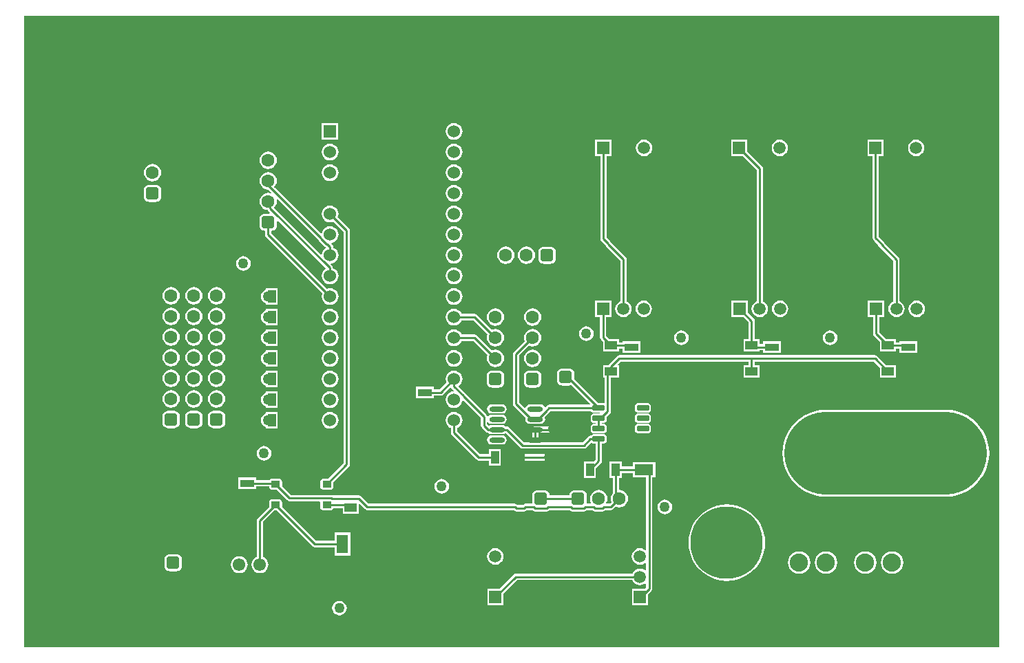
<source format=gbr>
G04*
G04 #@! TF.GenerationSoftware,Altium Limited,Altium Designer,24.1.2 (44)*
G04*
G04 Layer_Physical_Order=2*
G04 Layer_Color=16711680*
%FSLAX25Y25*%
%MOIN*%
G70*
G04*
G04 #@! TF.SameCoordinates,E3FF4B23-F407-445B-9987-FD0FFFC61A21*
G04*
G04*
G04 #@! TF.FilePolarity,Positive*
G04*
G01*
G75*
%ADD13C,0.01000*%
%ADD16R,0.05906X0.03937*%
%ADD22C,0.08800*%
%ADD28C,0.06102*%
%ADD29R,0.06102X0.06102*%
%ADD31C,0.40000*%
%ADD32C,0.06000*%
%ADD33R,0.06000X0.06000*%
%ADD34C,0.06299*%
G04:AMPARAMS|DCode=35|XSize=62.99mil|YSize=62.99mil|CornerRadius=15.75mil|HoleSize=0mil|Usage=FLASHONLY|Rotation=90.000|XOffset=0mil|YOffset=0mil|HoleType=Round|Shape=RoundedRectangle|*
%AMROUNDEDRECTD35*
21,1,0.06299,0.03150,0,0,90.0*
21,1,0.03150,0.06299,0,0,90.0*
1,1,0.03150,0.01575,0.01575*
1,1,0.03150,0.01575,-0.01575*
1,1,0.03150,-0.01575,-0.01575*
1,1,0.03150,-0.01575,0.01575*
%
%ADD35ROUNDEDRECTD35*%
G04:AMPARAMS|DCode=36|XSize=62.99mil|YSize=62.99mil|CornerRadius=15.75mil|HoleSize=0mil|Usage=FLASHONLY|Rotation=180.000|XOffset=0mil|YOffset=0mil|HoleType=Round|Shape=RoundedRectangle|*
%AMROUNDEDRECTD36*
21,1,0.06299,0.03150,0,0,180.0*
21,1,0.03150,0.06299,0,0,180.0*
1,1,0.03150,-0.01575,0.01575*
1,1,0.03150,0.01575,0.01575*
1,1,0.03150,0.01575,-0.01575*
1,1,0.03150,-0.01575,-0.01575*
%
%ADD36ROUNDEDRECTD36*%
%ADD37C,0.35000*%
%ADD38R,0.05906X0.05906*%
%ADD39C,0.05906*%
%ADD40C,0.16772*%
%ADD41R,0.05906X0.05906*%
%ADD42C,0.05000*%
%ADD43R,0.06693X0.03740*%
%ADD44R,0.05512X0.09055*%
G04:AMPARAMS|DCode=45|XSize=43.31mil|YSize=35.43mil|CornerRadius=8.86mil|HoleSize=0mil|Usage=FLASHONLY|Rotation=180.000|XOffset=0mil|YOffset=0mil|HoleType=Round|Shape=RoundedRectangle|*
%AMROUNDEDRECTD45*
21,1,0.04331,0.01772,0,0,180.0*
21,1,0.02559,0.03543,0,0,180.0*
1,1,0.01772,-0.01280,0.00886*
1,1,0.01772,0.01280,0.00886*
1,1,0.01772,0.01280,-0.00886*
1,1,0.01772,-0.01280,-0.00886*
%
%ADD45ROUNDEDRECTD45*%
%ADD46R,0.09055X0.05512*%
%ADD47R,0.03937X0.05906*%
%ADD48R,0.18504X0.13504*%
G04:AMPARAMS|DCode=49|XSize=23.62mil|YSize=57.09mil|CornerRadius=2.01mil|HoleSize=0mil|Usage=FLASHONLY|Rotation=90.000|XOffset=0mil|YOffset=0mil|HoleType=Round|Shape=RoundedRectangle|*
%AMROUNDEDRECTD49*
21,1,0.02362,0.05307,0,0,90.0*
21,1,0.01961,0.05709,0,0,90.0*
1,1,0.00402,0.02653,0.00980*
1,1,0.00402,0.02653,-0.00980*
1,1,0.00402,-0.02653,-0.00980*
1,1,0.00402,-0.02653,0.00980*
%
%ADD49ROUNDEDRECTD49*%
%ADD50O,0.07480X0.02362*%
G36*
X638000Y234000D02*
X166000D01*
Y540000D01*
X638000D01*
Y234000D01*
D02*
G37*
%LPC*%
G36*
X318000Y488000D02*
X310000D01*
Y480000D01*
X318000D01*
Y488000D01*
D02*
G37*
G36*
X374000Y488034D02*
X372956Y487897D01*
X371983Y487494D01*
X371147Y486853D01*
X370506Y486017D01*
X370103Y485044D01*
X369966Y484000D01*
X370103Y482956D01*
X370506Y481983D01*
X371147Y481147D01*
X371983Y480506D01*
X372956Y480103D01*
X374000Y479965D01*
X375044Y480103D01*
X376017Y480506D01*
X376853Y481147D01*
X377494Y481983D01*
X377897Y482956D01*
X378034Y484000D01*
X377897Y485044D01*
X377494Y486017D01*
X376853Y486853D01*
X376017Y487494D01*
X375044Y487897D01*
X374000Y488034D01*
D02*
G37*
G36*
X597685Y479987D02*
X596653Y479851D01*
X595692Y479453D01*
X594866Y478819D01*
X594232Y477993D01*
X593834Y477032D01*
X593698Y476000D01*
X593834Y474968D01*
X594232Y474007D01*
X594866Y473181D01*
X595692Y472547D01*
X596653Y472149D01*
X597685Y472013D01*
X598717Y472149D01*
X599679Y472547D01*
X600504Y473181D01*
X601138Y474007D01*
X601536Y474968D01*
X601672Y476000D01*
X601536Y477032D01*
X601138Y477993D01*
X600504Y478819D01*
X599679Y479453D01*
X598717Y479851D01*
X597685Y479987D01*
D02*
G37*
G36*
X531685D02*
X530653Y479851D01*
X529692Y479453D01*
X528866Y478819D01*
X528232Y477993D01*
X527834Y477032D01*
X527698Y476000D01*
X527834Y474968D01*
X528232Y474007D01*
X528866Y473181D01*
X529692Y472547D01*
X530653Y472149D01*
X531685Y472013D01*
X532717Y472149D01*
X533678Y472547D01*
X534504Y473181D01*
X535138Y474007D01*
X535536Y474968D01*
X535672Y476000D01*
X535536Y477032D01*
X535138Y477993D01*
X534504Y478819D01*
X533678Y479453D01*
X532717Y479851D01*
X531685Y479987D01*
D02*
G37*
G36*
X466000D02*
X464968Y479851D01*
X464007Y479453D01*
X463181Y478819D01*
X462547Y477993D01*
X462149Y477032D01*
X462013Y476000D01*
X462149Y474968D01*
X462547Y474007D01*
X463181Y473181D01*
X464007Y472547D01*
X464968Y472149D01*
X466000Y472013D01*
X467032Y472149D01*
X467993Y472547D01*
X468819Y473181D01*
X469453Y474007D01*
X469851Y474968D01*
X469987Y476000D01*
X469851Y477032D01*
X469453Y477993D01*
X468819Y478819D01*
X467993Y479453D01*
X467032Y479851D01*
X466000Y479987D01*
D02*
G37*
G36*
X374000Y478034D02*
X372956Y477897D01*
X371983Y477494D01*
X371147Y476853D01*
X370506Y476017D01*
X370103Y475044D01*
X369966Y474000D01*
X370103Y472956D01*
X370506Y471983D01*
X371147Y471147D01*
X371983Y470506D01*
X372956Y470103D01*
X374000Y469966D01*
X375044Y470103D01*
X376017Y470506D01*
X376853Y471147D01*
X377494Y471983D01*
X377897Y472956D01*
X378034Y474000D01*
X377897Y475044D01*
X377494Y476017D01*
X376853Y476853D01*
X376017Y477494D01*
X375044Y477897D01*
X374000Y478034D01*
D02*
G37*
G36*
X314000D02*
X312956Y477897D01*
X311983Y477494D01*
X311147Y476853D01*
X310506Y476017D01*
X310103Y475044D01*
X309965Y474000D01*
X310103Y472956D01*
X310506Y471983D01*
X311147Y471147D01*
X311983Y470506D01*
X312956Y470103D01*
X314000Y469966D01*
X315044Y470103D01*
X316017Y470506D01*
X316853Y471147D01*
X317494Y471983D01*
X317897Y472956D01*
X318035Y474000D01*
X317897Y475044D01*
X317494Y476017D01*
X316853Y476853D01*
X316017Y477494D01*
X315044Y477897D01*
X314000Y478034D01*
D02*
G37*
G36*
X284000Y474185D02*
X282917Y474043D01*
X281907Y473625D01*
X281041Y472960D01*
X280375Y472093D01*
X279957Y471083D01*
X279815Y470000D01*
X279957Y468917D01*
X280375Y467907D01*
X281041Y467040D01*
X281907Y466375D01*
X282917Y465957D01*
X284000Y465815D01*
X285083Y465957D01*
X286093Y466375D01*
X286960Y467040D01*
X287625Y467907D01*
X288043Y468917D01*
X288185Y470000D01*
X288043Y471083D01*
X287625Y472093D01*
X286960Y472960D01*
X286093Y473625D01*
X285083Y474043D01*
X284000Y474185D01*
D02*
G37*
G36*
X374000Y468035D02*
X372956Y467897D01*
X371983Y467494D01*
X371147Y466853D01*
X370506Y466017D01*
X370103Y465044D01*
X369966Y464000D01*
X370103Y462956D01*
X370506Y461983D01*
X371147Y461147D01*
X371983Y460506D01*
X372956Y460103D01*
X374000Y459966D01*
X375044Y460103D01*
X376017Y460506D01*
X376853Y461147D01*
X377494Y461983D01*
X377897Y462956D01*
X378034Y464000D01*
X377897Y465044D01*
X377494Y466017D01*
X376853Y466853D01*
X376017Y467494D01*
X375044Y467897D01*
X374000Y468035D01*
D02*
G37*
G36*
X314000D02*
X312956Y467897D01*
X311983Y467494D01*
X311147Y466853D01*
X310506Y466017D01*
X310103Y465044D01*
X309965Y464000D01*
X310103Y462956D01*
X310506Y461983D01*
X311147Y461147D01*
X311983Y460506D01*
X312956Y460103D01*
X314000Y459966D01*
X315044Y460103D01*
X316017Y460506D01*
X316853Y461147D01*
X317494Y461983D01*
X317897Y462956D01*
X318035Y464000D01*
X317897Y465044D01*
X317494Y466017D01*
X316853Y466853D01*
X316017Y467494D01*
X315044Y467897D01*
X314000Y468035D01*
D02*
G37*
G36*
X228000Y468185D02*
X226917Y468043D01*
X225907Y467625D01*
X225041Y466959D01*
X224375Y466093D01*
X223957Y465083D01*
X223815Y464000D01*
X223957Y462917D01*
X224375Y461907D01*
X225041Y461040D01*
X225907Y460375D01*
X226917Y459957D01*
X228000Y459815D01*
X229083Y459957D01*
X230093Y460375D01*
X230960Y461040D01*
X231625Y461907D01*
X232043Y462917D01*
X232185Y464000D01*
X232043Y465083D01*
X231625Y466093D01*
X230960Y466959D01*
X230093Y467625D01*
X229083Y468043D01*
X228000Y468185D01*
D02*
G37*
G36*
X284000Y464185D02*
X282917Y464043D01*
X281907Y463625D01*
X281041Y462959D01*
X280375Y462093D01*
X279957Y461083D01*
X279815Y460000D01*
X279957Y458917D01*
X280375Y457907D01*
X281041Y457041D01*
X281907Y456375D01*
X282917Y455957D01*
X284000Y455815D01*
X284020Y455817D01*
X285373Y454464D01*
X285090Y454040D01*
X285083Y454043D01*
X284000Y454185D01*
X282917Y454043D01*
X281907Y453625D01*
X281041Y452959D01*
X280375Y452093D01*
X279957Y451083D01*
X279815Y450000D01*
X279957Y448917D01*
X280375Y447907D01*
X281041Y447041D01*
X281907Y446375D01*
X282917Y445957D01*
X283725Y445851D01*
X283932Y445541D01*
X284839Y444634D01*
X284648Y444172D01*
X282425D01*
X281753Y444083D01*
X281127Y443824D01*
X280589Y443411D01*
X280176Y442873D01*
X279917Y442247D01*
X279828Y441575D01*
Y438425D01*
X279917Y437753D01*
X280176Y437127D01*
X280589Y436589D01*
X281127Y436176D01*
X281753Y435917D01*
X282425Y435828D01*
X282471D01*
Y434000D01*
X282587Y433415D01*
X282919Y432919D01*
X310305Y405532D01*
X310103Y405044D01*
X309965Y404000D01*
X310103Y402956D01*
X310506Y401983D01*
X311147Y401147D01*
X311983Y400506D01*
X312956Y400103D01*
X314000Y399966D01*
X315044Y400103D01*
X316017Y400506D01*
X316853Y401147D01*
X317494Y401983D01*
X317897Y402956D01*
X318035Y404000D01*
X317897Y405044D01*
X317494Y406017D01*
X316853Y406853D01*
X316017Y407494D01*
X315044Y407897D01*
X314000Y408035D01*
X312956Y407897D01*
X312468Y407695D01*
X285529Y434633D01*
Y435828D01*
X285575D01*
X286247Y435917D01*
X286873Y436176D01*
X287411Y436589D01*
X287824Y437127D01*
X288083Y437753D01*
X288172Y438425D01*
Y440648D01*
X288634Y440839D01*
X311713Y417761D01*
X311680Y417262D01*
X311147Y416853D01*
X310506Y416017D01*
X310103Y415044D01*
X309965Y414000D01*
X310103Y412956D01*
X310506Y411983D01*
X311147Y411147D01*
X311983Y410506D01*
X312956Y410103D01*
X314000Y409966D01*
X315044Y410103D01*
X316017Y410506D01*
X316853Y411147D01*
X317494Y411983D01*
X317897Y412956D01*
X318035Y414000D01*
X317897Y415044D01*
X317494Y416017D01*
X316853Y416853D01*
X316017Y417494D01*
X315251Y417811D01*
Y417914D01*
X315135Y418500D01*
X314803Y418996D01*
X314299Y419500D01*
X314478Y420028D01*
X315044Y420103D01*
X316017Y420506D01*
X316853Y421147D01*
X317494Y421983D01*
X317897Y422956D01*
X318035Y424000D01*
X317897Y425044D01*
X317494Y426017D01*
X316853Y426853D01*
X316017Y427494D01*
X315529Y427696D01*
Y428000D01*
X315413Y428585D01*
X315081Y429081D01*
X314574Y429589D01*
X314735Y430062D01*
X315044Y430103D01*
X316017Y430506D01*
X316853Y431147D01*
X317494Y431983D01*
X317897Y432956D01*
X318035Y434000D01*
X317897Y435044D01*
X317494Y436017D01*
X316853Y436853D01*
X316017Y437494D01*
X315044Y437897D01*
X314000Y438034D01*
X312956Y437897D01*
X311983Y437494D01*
X311147Y436853D01*
X310506Y436017D01*
X310103Y435044D01*
X310062Y434735D01*
X309589Y434574D01*
X287030Y457133D01*
X287625Y457907D01*
X288043Y458917D01*
X288185Y460000D01*
X288043Y461083D01*
X287625Y462093D01*
X286960Y462959D01*
X286093Y463625D01*
X285083Y464043D01*
X284000Y464185D01*
D02*
G37*
G36*
X374000Y458035D02*
X372956Y457897D01*
X371983Y457494D01*
X371147Y456853D01*
X370506Y456017D01*
X370103Y455044D01*
X369966Y454000D01*
X370103Y452956D01*
X370506Y451983D01*
X371147Y451147D01*
X371983Y450506D01*
X372956Y450103D01*
X374000Y449965D01*
X375044Y450103D01*
X376017Y450506D01*
X376853Y451147D01*
X377494Y451983D01*
X377897Y452956D01*
X378034Y454000D01*
X377897Y455044D01*
X377494Y456017D01*
X376853Y456853D01*
X376017Y457494D01*
X375044Y457897D01*
X374000Y458035D01*
D02*
G37*
G36*
X229575Y458172D02*
X226425D01*
X225753Y458083D01*
X225127Y457824D01*
X224589Y457411D01*
X224176Y456873D01*
X223917Y456247D01*
X223828Y455575D01*
Y452425D01*
X223917Y451753D01*
X224176Y451127D01*
X224589Y450589D01*
X225127Y450176D01*
X225753Y449917D01*
X226425Y449828D01*
X229575D01*
X230247Y449917D01*
X230873Y450176D01*
X231411Y450589D01*
X231824Y451127D01*
X232083Y451753D01*
X232172Y452425D01*
Y455575D01*
X232083Y456247D01*
X231824Y456873D01*
X231411Y457411D01*
X230873Y457824D01*
X230247Y458083D01*
X229575Y458172D01*
D02*
G37*
G36*
X374000Y448034D02*
X372956Y447897D01*
X371983Y447494D01*
X371147Y446853D01*
X370506Y446017D01*
X370103Y445044D01*
X369966Y444000D01*
X370103Y442956D01*
X370506Y441983D01*
X371147Y441147D01*
X371983Y440506D01*
X372956Y440103D01*
X374000Y439965D01*
X375044Y440103D01*
X376017Y440506D01*
X376853Y441147D01*
X377494Y441983D01*
X377897Y442956D01*
X378034Y444000D01*
X377897Y445044D01*
X377494Y446017D01*
X376853Y446853D01*
X376017Y447494D01*
X375044Y447897D01*
X374000Y448034D01*
D02*
G37*
G36*
Y438034D02*
X372956Y437897D01*
X371983Y437494D01*
X371147Y436853D01*
X370506Y436017D01*
X370103Y435044D01*
X369966Y434000D01*
X370103Y432956D01*
X370506Y431983D01*
X371147Y431147D01*
X371983Y430506D01*
X372956Y430103D01*
X374000Y429965D01*
X375044Y430103D01*
X376017Y430506D01*
X376853Y431147D01*
X377494Y431983D01*
X377897Y432956D01*
X378034Y434000D01*
X377897Y435044D01*
X377494Y436017D01*
X376853Y436853D01*
X376017Y437494D01*
X375044Y437897D01*
X374000Y438034D01*
D02*
G37*
G36*
Y428034D02*
X372956Y427897D01*
X371983Y427494D01*
X371147Y426853D01*
X370506Y426017D01*
X370103Y425044D01*
X369966Y424000D01*
X370103Y422956D01*
X370506Y421983D01*
X371147Y421147D01*
X371983Y420506D01*
X372956Y420103D01*
X374000Y419966D01*
X375044Y420103D01*
X376017Y420506D01*
X376853Y421147D01*
X377494Y421983D01*
X377897Y422956D01*
X378034Y424000D01*
X377897Y425044D01*
X377494Y426017D01*
X376853Y426853D01*
X376017Y427494D01*
X375044Y427897D01*
X374000Y428034D01*
D02*
G37*
G36*
X420575Y428172D02*
X417425D01*
X416753Y428083D01*
X416127Y427824D01*
X415589Y427411D01*
X415176Y426873D01*
X414917Y426247D01*
X414828Y425575D01*
Y422425D01*
X414917Y421753D01*
X415176Y421127D01*
X415589Y420589D01*
X416127Y420176D01*
X416753Y419917D01*
X417425Y419828D01*
X420575D01*
X421247Y419917D01*
X421873Y420176D01*
X422411Y420589D01*
X422824Y421127D01*
X423083Y421753D01*
X423172Y422425D01*
Y425575D01*
X423083Y426247D01*
X422824Y426873D01*
X422411Y427411D01*
X421873Y427824D01*
X421247Y428083D01*
X420575Y428172D01*
D02*
G37*
G36*
X409000Y428185D02*
X407917Y428043D01*
X406907Y427625D01*
X406040Y426960D01*
X405375Y426093D01*
X404957Y425083D01*
X404815Y424000D01*
X404957Y422917D01*
X405375Y421907D01*
X406040Y421040D01*
X406907Y420375D01*
X407917Y419957D01*
X409000Y419815D01*
X410083Y419957D01*
X411093Y420375D01*
X411960Y421040D01*
X412625Y421907D01*
X413043Y422917D01*
X413185Y424000D01*
X413043Y425083D01*
X412625Y426093D01*
X411960Y426960D01*
X411093Y427625D01*
X410083Y428043D01*
X409000Y428185D01*
D02*
G37*
G36*
X399000D02*
X397917Y428043D01*
X396907Y427625D01*
X396041Y426960D01*
X395375Y426093D01*
X394957Y425083D01*
X394815Y424000D01*
X394957Y422917D01*
X395375Y421907D01*
X396041Y421040D01*
X396907Y420375D01*
X397917Y419957D01*
X399000Y419815D01*
X400083Y419957D01*
X401093Y420375D01*
X401960Y421040D01*
X402625Y421907D01*
X403043Y422917D01*
X403185Y424000D01*
X403043Y425083D01*
X402625Y426093D01*
X401960Y426960D01*
X401093Y427625D01*
X400083Y428043D01*
X399000Y428185D01*
D02*
G37*
G36*
X272000Y423530D02*
X271086Y423410D01*
X270235Y423057D01*
X269504Y422496D01*
X268943Y421765D01*
X268590Y420914D01*
X268470Y420000D01*
X268590Y419086D01*
X268943Y418235D01*
X269504Y417504D01*
X270235Y416943D01*
X271086Y416590D01*
X272000Y416470D01*
X272914Y416590D01*
X273765Y416943D01*
X274496Y417504D01*
X275057Y418235D01*
X275410Y419086D01*
X275530Y420000D01*
X275410Y420914D01*
X275057Y421765D01*
X274496Y422496D01*
X273765Y423057D01*
X272914Y423410D01*
X272000Y423530D01*
D02*
G37*
G36*
X374000Y418035D02*
X372956Y417897D01*
X371983Y417494D01*
X371147Y416853D01*
X370506Y416017D01*
X370103Y415044D01*
X369966Y414000D01*
X370103Y412956D01*
X370506Y411983D01*
X371147Y411147D01*
X371983Y410506D01*
X372956Y410103D01*
X374000Y409966D01*
X375044Y410103D01*
X376017Y410506D01*
X376853Y411147D01*
X377494Y411983D01*
X377897Y412956D01*
X378034Y414000D01*
X377897Y415044D01*
X377494Y416017D01*
X376853Y416853D01*
X376017Y417494D01*
X375044Y417897D01*
X374000Y418035D01*
D02*
G37*
G36*
X259000Y408532D02*
X257917Y408389D01*
X256907Y407971D01*
X256041Y407306D01*
X255375Y406439D01*
X254957Y405430D01*
X254815Y404347D01*
X254957Y403263D01*
X255375Y402254D01*
X256041Y401387D01*
X256907Y400722D01*
X257917Y400304D01*
X259000Y400161D01*
X260083Y400304D01*
X261093Y400722D01*
X261960Y401387D01*
X262625Y402254D01*
X263043Y403263D01*
X263185Y404347D01*
X263043Y405430D01*
X262625Y406439D01*
X261960Y407306D01*
X261093Y407971D01*
X260083Y408389D01*
X259000Y408532D01*
D02*
G37*
G36*
X248000D02*
X246917Y408389D01*
X245907Y407971D01*
X245040Y407306D01*
X244375Y406439D01*
X243957Y405430D01*
X243815Y404347D01*
X243957Y403263D01*
X244375Y402254D01*
X245040Y401387D01*
X245907Y400722D01*
X246917Y400304D01*
X248000Y400161D01*
X249083Y400304D01*
X250093Y400722D01*
X250959Y401387D01*
X251625Y402254D01*
X252043Y403263D01*
X252185Y404347D01*
X252043Y405430D01*
X251625Y406439D01*
X250959Y407306D01*
X250093Y407971D01*
X249083Y408389D01*
X248000Y408532D01*
D02*
G37*
G36*
X237000D02*
X235917Y408389D01*
X234907Y407971D01*
X234040Y407306D01*
X233375Y406439D01*
X232957Y405430D01*
X232815Y404347D01*
X232957Y403263D01*
X233375Y402254D01*
X234040Y401387D01*
X234907Y400722D01*
X235917Y400304D01*
X237000Y400161D01*
X238083Y400304D01*
X239093Y400722D01*
X239960Y401387D01*
X240625Y402254D01*
X241043Y403263D01*
X241185Y404347D01*
X241043Y405430D01*
X240625Y406439D01*
X239960Y407306D01*
X239093Y407971D01*
X238083Y408389D01*
X237000Y408532D01*
D02*
G37*
G36*
X288669Y407953D02*
X282732D01*
Y407263D01*
X282235Y407057D01*
X281504Y406496D01*
X280943Y405765D01*
X280590Y404914D01*
X280470Y404000D01*
X280590Y403086D01*
X280943Y402235D01*
X281504Y401504D01*
X282235Y400943D01*
X282732Y400737D01*
Y400047D01*
X288669D01*
Y407953D01*
D02*
G37*
G36*
X374000Y408035D02*
X372956Y407897D01*
X371983Y407494D01*
X371147Y406853D01*
X370506Y406017D01*
X370103Y405044D01*
X369966Y404000D01*
X370103Y402956D01*
X370506Y401983D01*
X371147Y401147D01*
X371983Y400506D01*
X372956Y400103D01*
X374000Y399966D01*
X375044Y400103D01*
X376017Y400506D01*
X376853Y401147D01*
X377494Y401983D01*
X377897Y402956D01*
X378034Y404000D01*
X377897Y405044D01*
X377494Y406017D01*
X376853Y406853D01*
X376017Y407494D01*
X375044Y407897D01*
X374000Y408035D01*
D02*
G37*
G36*
X598000Y401987D02*
X596968Y401851D01*
X596007Y401453D01*
X595181Y400819D01*
X594547Y399993D01*
X594149Y399032D01*
X594013Y398000D01*
X594149Y396968D01*
X594547Y396007D01*
X595181Y395181D01*
X596007Y394547D01*
X596968Y394149D01*
X598000Y394013D01*
X599032Y394149D01*
X599993Y394547D01*
X600819Y395181D01*
X601453Y396007D01*
X601851Y396968D01*
X601987Y398000D01*
X601851Y399032D01*
X601453Y399993D01*
X600819Y400819D01*
X599993Y401453D01*
X599032Y401851D01*
X598000Y401987D01*
D02*
G37*
G36*
X581953Y479953D02*
X574047D01*
Y472047D01*
X576471D01*
Y432374D01*
X576587Y431789D01*
X576919Y431293D01*
X579255Y428956D01*
X579308Y428694D01*
X579639Y428198D01*
X586628Y421209D01*
Y401645D01*
X586164Y401453D01*
X585338Y400819D01*
X584705Y399993D01*
X584306Y399032D01*
X584171Y398000D01*
X584306Y396968D01*
X584705Y396007D01*
X585338Y395181D01*
X586164Y394547D01*
X587126Y394149D01*
X588158Y394013D01*
X589189Y394149D01*
X590151Y394547D01*
X590977Y395181D01*
X591610Y396007D01*
X592008Y396968D01*
X592144Y398000D01*
X592008Y399032D01*
X591610Y399993D01*
X590977Y400819D01*
X590151Y401453D01*
X589687Y401645D01*
Y421842D01*
X589570Y422428D01*
X589239Y422924D01*
X582186Y429977D01*
X582133Y430239D01*
X581802Y430735D01*
X579529Y433008D01*
Y472047D01*
X581953D01*
Y479953D01*
D02*
G37*
G36*
X531843Y401987D02*
X530811Y401851D01*
X529849Y401453D01*
X529023Y400819D01*
X528390Y399993D01*
X527991Y399032D01*
X527856Y398000D01*
X527991Y396968D01*
X528390Y396007D01*
X529023Y395181D01*
X529849Y394547D01*
X530811Y394149D01*
X531843Y394013D01*
X532874Y394149D01*
X533836Y394547D01*
X534662Y395181D01*
X535295Y396007D01*
X535694Y396968D01*
X535829Y398000D01*
X535694Y399032D01*
X535295Y399993D01*
X534662Y400819D01*
X533836Y401453D01*
X532874Y401851D01*
X531843Y401987D01*
D02*
G37*
G36*
X515953Y479953D02*
X508047D01*
Y472047D01*
X513790D01*
X520471Y465367D01*
Y401645D01*
X520007Y401453D01*
X519181Y400819D01*
X518547Y399993D01*
X518149Y399032D01*
X518013Y398000D01*
X518149Y396968D01*
X518547Y396007D01*
X519181Y395181D01*
X520007Y394547D01*
X520968Y394149D01*
X522000Y394013D01*
X523032Y394149D01*
X523993Y394547D01*
X524819Y395181D01*
X525453Y396007D01*
X525851Y396968D01*
X525987Y398000D01*
X525851Y399032D01*
X525453Y399993D01*
X524819Y400819D01*
X523993Y401453D01*
X523529Y401645D01*
Y466000D01*
X523413Y466585D01*
X523081Y467081D01*
X515953Y474210D01*
Y479953D01*
D02*
G37*
G36*
X465842Y401987D02*
X464811Y401851D01*
X463849Y401453D01*
X463023Y400819D01*
X462390Y399993D01*
X461992Y399032D01*
X461856Y398000D01*
X461992Y396968D01*
X462390Y396007D01*
X463023Y395181D01*
X463849Y394547D01*
X464811Y394149D01*
X465842Y394013D01*
X466874Y394149D01*
X467836Y394547D01*
X468662Y395181D01*
X469295Y396007D01*
X469694Y396968D01*
X469829Y398000D01*
X469694Y399032D01*
X469295Y399993D01*
X468662Y400819D01*
X467836Y401453D01*
X466874Y401851D01*
X465842Y401987D01*
D02*
G37*
G36*
X450268Y479953D02*
X442362D01*
Y472047D01*
X444786D01*
Y431902D01*
X444902Y431317D01*
X445233Y430821D01*
X447137Y428917D01*
X447150Y428852D01*
X447482Y428356D01*
X454471Y421367D01*
Y401645D01*
X454007Y401453D01*
X453181Y400819D01*
X452547Y399993D01*
X452149Y399032D01*
X452013Y398000D01*
X452149Y396968D01*
X452547Y396007D01*
X453181Y395181D01*
X454007Y394547D01*
X454968Y394149D01*
X456000Y394013D01*
X457032Y394149D01*
X457993Y394547D01*
X458819Y395181D01*
X459453Y396007D01*
X459851Y396968D01*
X459987Y398000D01*
X459851Y399032D01*
X459453Y399993D01*
X458819Y400819D01*
X457993Y401453D01*
X457529Y401645D01*
Y422000D01*
X457413Y422585D01*
X457081Y423081D01*
X449989Y430174D01*
X449976Y430239D01*
X449644Y430735D01*
X447844Y432535D01*
Y472047D01*
X450268D01*
Y479953D01*
D02*
G37*
G36*
X259000Y398532D02*
X257917Y398389D01*
X256907Y397971D01*
X256041Y397306D01*
X255375Y396439D01*
X254957Y395430D01*
X254815Y394346D01*
X254957Y393263D01*
X255375Y392254D01*
X256041Y391387D01*
X256907Y390722D01*
X257917Y390304D01*
X259000Y390161D01*
X260083Y390304D01*
X261093Y390722D01*
X261960Y391387D01*
X262625Y392254D01*
X263043Y393263D01*
X263185Y394346D01*
X263043Y395430D01*
X262625Y396439D01*
X261960Y397306D01*
X261093Y397971D01*
X260083Y398389D01*
X259000Y398532D01*
D02*
G37*
G36*
X248000D02*
X246917Y398389D01*
X245907Y397971D01*
X245040Y397306D01*
X244375Y396439D01*
X243957Y395430D01*
X243815Y394346D01*
X243957Y393263D01*
X244375Y392254D01*
X245040Y391387D01*
X245907Y390722D01*
X246917Y390304D01*
X248000Y390161D01*
X249083Y390304D01*
X250093Y390722D01*
X250959Y391387D01*
X251625Y392254D01*
X252043Y393263D01*
X252185Y394346D01*
X252043Y395430D01*
X251625Y396439D01*
X250959Y397306D01*
X250093Y397971D01*
X249083Y398389D01*
X248000Y398532D01*
D02*
G37*
G36*
X237000D02*
X235917Y398389D01*
X234907Y397971D01*
X234040Y397306D01*
X233375Y396439D01*
X232957Y395430D01*
X232815Y394346D01*
X232957Y393263D01*
X233375Y392254D01*
X234040Y391387D01*
X234907Y390722D01*
X235917Y390304D01*
X237000Y390161D01*
X238083Y390304D01*
X239093Y390722D01*
X239960Y391387D01*
X240625Y392254D01*
X241043Y393263D01*
X241185Y394346D01*
X241043Y395430D01*
X240625Y396439D01*
X239960Y397306D01*
X239093Y397971D01*
X238083Y398389D01*
X237000Y398532D01*
D02*
G37*
G36*
X288669Y397953D02*
X282732D01*
Y397263D01*
X282235Y397057D01*
X281504Y396496D01*
X280943Y395765D01*
X280590Y394914D01*
X280470Y394000D01*
X280590Y393086D01*
X280943Y392235D01*
X281504Y391504D01*
X282235Y390943D01*
X282732Y390737D01*
Y390047D01*
X288669D01*
Y397953D01*
D02*
G37*
G36*
X314000Y398035D02*
X312956Y397897D01*
X311983Y397494D01*
X311147Y396853D01*
X310506Y396017D01*
X310103Y395044D01*
X309965Y394000D01*
X310103Y392956D01*
X310506Y391983D01*
X311147Y391147D01*
X311983Y390506D01*
X312956Y390103D01*
X314000Y389966D01*
X315044Y390103D01*
X316017Y390506D01*
X316853Y391147D01*
X317494Y391983D01*
X317897Y392956D01*
X318035Y394000D01*
X317897Y395044D01*
X317494Y396017D01*
X316853Y396853D01*
X316017Y397494D01*
X315044Y397897D01*
X314000Y398035D01*
D02*
G37*
G36*
X412000Y398185D02*
X410917Y398043D01*
X409907Y397625D01*
X409040Y396959D01*
X408375Y396093D01*
X407957Y395083D01*
X407815Y394000D01*
X407957Y392917D01*
X408375Y391907D01*
X409040Y391040D01*
X409907Y390375D01*
X410917Y389957D01*
X412000Y389815D01*
X413083Y389957D01*
X414093Y390375D01*
X414959Y391040D01*
X415625Y391907D01*
X416043Y392917D01*
X416185Y394000D01*
X416043Y395083D01*
X415625Y396093D01*
X414959Y396959D01*
X414093Y397625D01*
X413083Y398043D01*
X412000Y398185D01*
D02*
G37*
G36*
X394000D02*
X392917Y398043D01*
X391907Y397625D01*
X391040Y396959D01*
X390375Y396093D01*
X389957Y395083D01*
X389815Y394000D01*
X389957Y392917D01*
X390375Y391907D01*
X391040Y391040D01*
X391907Y390375D01*
X392917Y389957D01*
X394000Y389815D01*
X395083Y389957D01*
X396093Y390375D01*
X396959Y391040D01*
X397625Y391907D01*
X398043Y392917D01*
X398185Y394000D01*
X398043Y395083D01*
X397625Y396093D01*
X396959Y396959D01*
X396093Y397625D01*
X395083Y398043D01*
X394000Y398185D01*
D02*
G37*
G36*
X438000Y389530D02*
X437086Y389410D01*
X436235Y389057D01*
X435504Y388496D01*
X434943Y387765D01*
X434590Y386914D01*
X434470Y386000D01*
X434590Y385086D01*
X434943Y384235D01*
X435504Y383504D01*
X436235Y382943D01*
X437086Y382590D01*
X438000Y382470D01*
X438914Y382590D01*
X439765Y382943D01*
X440496Y383504D01*
X441057Y384235D01*
X441410Y385086D01*
X441530Y386000D01*
X441410Y386914D01*
X441057Y387765D01*
X440496Y388496D01*
X439765Y389057D01*
X438914Y389410D01*
X438000Y389530D01*
D02*
G37*
G36*
X556000Y387530D02*
X555086Y387410D01*
X554235Y387057D01*
X553504Y386496D01*
X552943Y385765D01*
X552590Y384914D01*
X552470Y384000D01*
X552590Y383086D01*
X552943Y382235D01*
X553504Y381504D01*
X554235Y380943D01*
X555086Y380590D01*
X556000Y380470D01*
X556914Y380590D01*
X557765Y380943D01*
X558496Y381504D01*
X559057Y382235D01*
X559410Y383086D01*
X559530Y384000D01*
X559410Y384914D01*
X559057Y385765D01*
X558496Y386496D01*
X557765Y387057D01*
X556914Y387410D01*
X556000Y387530D01*
D02*
G37*
G36*
X484000D02*
X483086Y387410D01*
X482235Y387057D01*
X481504Y386496D01*
X480943Y385765D01*
X480590Y384914D01*
X480470Y384000D01*
X480590Y383086D01*
X480943Y382235D01*
X481504Y381504D01*
X482235Y380943D01*
X483086Y380590D01*
X484000Y380470D01*
X484914Y380590D01*
X485765Y380943D01*
X486496Y381504D01*
X487057Y382235D01*
X487410Y383086D01*
X487530Y384000D01*
X487410Y384914D01*
X487057Y385765D01*
X486496Y386496D01*
X485765Y387057D01*
X484914Y387410D01*
X484000Y387530D01*
D02*
G37*
G36*
X259000Y388532D02*
X257917Y388389D01*
X256907Y387971D01*
X256041Y387306D01*
X255375Y386439D01*
X254957Y385430D01*
X254815Y384347D01*
X254957Y383263D01*
X255375Y382254D01*
X256041Y381387D01*
X256907Y380722D01*
X257917Y380304D01*
X259000Y380161D01*
X260083Y380304D01*
X261093Y380722D01*
X261960Y381387D01*
X262625Y382254D01*
X263043Y383263D01*
X263185Y384347D01*
X263043Y385430D01*
X262625Y386439D01*
X261960Y387306D01*
X261093Y387971D01*
X260083Y388389D01*
X259000Y388532D01*
D02*
G37*
G36*
X248000D02*
X246917Y388389D01*
X245907Y387971D01*
X245040Y387306D01*
X244375Y386439D01*
X243957Y385430D01*
X243815Y384347D01*
X243957Y383263D01*
X244375Y382254D01*
X245040Y381387D01*
X245907Y380722D01*
X246917Y380304D01*
X248000Y380161D01*
X249083Y380304D01*
X250093Y380722D01*
X250959Y381387D01*
X251625Y382254D01*
X252043Y383263D01*
X252185Y384347D01*
X252043Y385430D01*
X251625Y386439D01*
X250959Y387306D01*
X250093Y387971D01*
X249083Y388389D01*
X248000Y388532D01*
D02*
G37*
G36*
X237000D02*
X235917Y388389D01*
X234907Y387971D01*
X234040Y387306D01*
X233375Y386439D01*
X232957Y385430D01*
X232815Y384347D01*
X232957Y383263D01*
X233375Y382254D01*
X234040Y381387D01*
X234907Y380722D01*
X235917Y380304D01*
X237000Y380161D01*
X238083Y380304D01*
X239093Y380722D01*
X239960Y381387D01*
X240625Y382254D01*
X241043Y383263D01*
X241185Y384347D01*
X241043Y385430D01*
X240625Y386439D01*
X239960Y387306D01*
X239093Y387971D01*
X238083Y388389D01*
X237000Y388532D01*
D02*
G37*
G36*
X288669Y387953D02*
X282732D01*
Y387263D01*
X282235Y387057D01*
X281504Y386496D01*
X280943Y385765D01*
X280590Y384914D01*
X280470Y384000D01*
X280590Y383086D01*
X280943Y382235D01*
X281504Y381504D01*
X282235Y380943D01*
X282732Y380737D01*
Y380047D01*
X288669D01*
Y387953D01*
D02*
G37*
G36*
X314000Y388035D02*
X312956Y387897D01*
X311983Y387494D01*
X311147Y386853D01*
X310506Y386017D01*
X310103Y385044D01*
X309965Y384000D01*
X310103Y382956D01*
X310506Y381983D01*
X311147Y381147D01*
X311983Y380506D01*
X312956Y380103D01*
X314000Y379965D01*
X315044Y380103D01*
X316017Y380506D01*
X316853Y381147D01*
X317494Y381983D01*
X317897Y382956D01*
X318035Y384000D01*
X317897Y385044D01*
X317494Y386017D01*
X316853Y386853D01*
X316017Y387494D01*
X315044Y387897D01*
X314000Y388035D01*
D02*
G37*
G36*
X412000Y388185D02*
X410917Y388043D01*
X409907Y387625D01*
X409040Y386960D01*
X408375Y386093D01*
X407957Y385083D01*
X407815Y384000D01*
X407957Y382917D01*
X408190Y382353D01*
X402919Y377081D01*
X402587Y376585D01*
X402471Y376000D01*
Y352000D01*
X402587Y351415D01*
X402919Y350919D01*
X408613Y345224D01*
X408469Y344500D01*
X408638Y343649D01*
X409120Y342928D01*
X409842Y342445D01*
X410693Y342276D01*
X415811D01*
X416662Y342445D01*
X417383Y342928D01*
X417866Y343649D01*
X418035Y344500D01*
X417866Y345351D01*
X417730Y345555D01*
X418003Y345738D01*
X419574Y347308D01*
X419780Y347617D01*
X420634Y348471D01*
X440269D01*
X440481Y348154D01*
X440878Y347889D01*
X441347Y347795D01*
X444476D01*
X444743Y347295D01*
X444683Y347205D01*
X441347D01*
X440878Y347111D01*
X440481Y346846D01*
X440215Y346449D01*
X440122Y345980D01*
Y344020D01*
X440215Y343551D01*
X440481Y343154D01*
X440878Y342889D01*
X441347Y342795D01*
X442471D01*
Y342205D01*
X441347D01*
X440878Y342111D01*
X440481Y341846D01*
X440215Y341449D01*
X440122Y340980D01*
Y339020D01*
X440215Y338551D01*
X440481Y338154D01*
X440878Y337889D01*
X441347Y337795D01*
X446654D01*
X447122Y337889D01*
X447519Y338154D01*
X447785Y338551D01*
X447878Y339020D01*
Y340980D01*
X447785Y341449D01*
X447519Y341846D01*
X447122Y342111D01*
X446654Y342205D01*
X445529D01*
Y342795D01*
X446654D01*
X447122Y342889D01*
X447519Y343154D01*
X447785Y343551D01*
X447878Y344020D01*
Y345715D01*
X448322Y346159D01*
X448440Y346237D01*
X449436Y347234D01*
X449767Y347730D01*
X449884Y348315D01*
Y364732D01*
X453953D01*
Y370669D01*
X453485D01*
X453294Y371131D01*
X454634Y372471D01*
X516471D01*
Y370669D01*
X514047D01*
Y364732D01*
X521953D01*
Y370669D01*
X519529D01*
Y372471D01*
X577067D01*
X580047Y369491D01*
Y364732D01*
X587953D01*
Y370669D01*
X583194D01*
X578782Y375081D01*
X578286Y375413D01*
X577701Y375529D01*
X454000D01*
X453415Y375413D01*
X452918Y375081D01*
X448919Y371081D01*
X448643Y370669D01*
X446047D01*
Y364732D01*
X446825D01*
Y352345D01*
X446654Y352205D01*
X443958D01*
X432172Y363991D01*
Y366575D01*
X432083Y367247D01*
X431824Y367873D01*
X431411Y368411D01*
X430873Y368824D01*
X430247Y369083D01*
X429575Y369172D01*
X426425D01*
X425753Y369083D01*
X425127Y368824D01*
X424589Y368411D01*
X424176Y367873D01*
X423917Y367247D01*
X423828Y366575D01*
Y363425D01*
X423917Y362753D01*
X424176Y362127D01*
X424589Y361589D01*
X425127Y361176D01*
X425753Y360917D01*
X426425Y360828D01*
X429575D01*
X430247Y360917D01*
X430723Y361114D01*
X439808Y352029D01*
X439601Y351529D01*
X420000D01*
X419415Y351413D01*
X418919Y351081D01*
X418312Y350475D01*
X417711Y350582D01*
X417383Y351073D01*
X416662Y351555D01*
X415811Y351724D01*
X410693D01*
X409842Y351555D01*
X409120Y351073D01*
X408638Y350351D01*
X408605Y350182D01*
X408126Y350037D01*
X405529Y352634D01*
Y375366D01*
X410353Y380190D01*
X410917Y379957D01*
X412000Y379815D01*
X413083Y379957D01*
X414093Y380375D01*
X414959Y381041D01*
X415625Y381907D01*
X416043Y382917D01*
X416185Y384000D01*
X416043Y385083D01*
X415625Y386093D01*
X414959Y386960D01*
X414093Y387625D01*
X413083Y388043D01*
X412000Y388185D01*
D02*
G37*
G36*
X374000Y398035D02*
X372956Y397897D01*
X371983Y397494D01*
X371147Y396853D01*
X370506Y396017D01*
X370103Y395044D01*
X369966Y394000D01*
X370103Y392956D01*
X370506Y391983D01*
X371147Y391147D01*
X371983Y390506D01*
X372956Y390103D01*
X374000Y389966D01*
X375044Y390103D01*
X376017Y390506D01*
X376853Y391147D01*
X377494Y391983D01*
X377696Y392471D01*
X383366D01*
X390191Y385647D01*
X389957Y385083D01*
X389815Y384000D01*
X389957Y382917D01*
X390375Y381907D01*
X391040Y381041D01*
X391907Y380375D01*
X392917Y379957D01*
X394000Y379815D01*
X395083Y379957D01*
X396093Y380375D01*
X396959Y381041D01*
X397625Y381907D01*
X398043Y382917D01*
X398185Y384000D01*
X398043Y385083D01*
X397625Y386093D01*
X396959Y386960D01*
X396093Y387625D01*
X395083Y388043D01*
X394000Y388185D01*
X392917Y388043D01*
X392353Y387809D01*
X385081Y395081D01*
X384585Y395413D01*
X384000Y395529D01*
X377696D01*
X377494Y396017D01*
X376853Y396853D01*
X376017Y397494D01*
X375044Y397897D01*
X374000Y398035D01*
D02*
G37*
G36*
X582268Y401953D02*
X574362D01*
Y394047D01*
X576786D01*
Y385984D01*
X576902Y385399D01*
X577234Y384903D01*
X580047Y382089D01*
Y377331D01*
X587953D01*
Y378770D01*
X589653D01*
Y376642D01*
X598347D01*
Y382382D01*
X589653D01*
Y381829D01*
X587953D01*
Y383268D01*
X583194D01*
X579844Y386618D01*
Y394047D01*
X582268D01*
Y401953D01*
D02*
G37*
G36*
X516110D02*
X508205D01*
Y394047D01*
X513947D01*
X516471Y391524D01*
Y383268D01*
X514047D01*
Y377331D01*
X521953D01*
Y377982D01*
X523654D01*
Y376642D01*
X532346D01*
Y382382D01*
X523654D01*
Y381041D01*
X521953D01*
Y383268D01*
X519529D01*
Y392158D01*
X519413Y392743D01*
X519081Y393239D01*
X516110Y396210D01*
Y401953D01*
D02*
G37*
G36*
X450110D02*
X442205D01*
Y394047D01*
X444628D01*
Y384142D01*
X444744Y383557D01*
X445076Y383060D01*
X446047Y382089D01*
Y377331D01*
X453953D01*
Y378770D01*
X455653D01*
Y376642D01*
X464347D01*
Y382382D01*
X455653D01*
Y381829D01*
X453953D01*
Y383268D01*
X449194D01*
X447687Y384775D01*
Y394047D01*
X450110D01*
Y401953D01*
D02*
G37*
G36*
X259000Y378532D02*
X257917Y378389D01*
X256907Y377971D01*
X256041Y377306D01*
X255375Y376439D01*
X254957Y375430D01*
X254815Y374346D01*
X254957Y373263D01*
X255375Y372254D01*
X256041Y371387D01*
X256907Y370722D01*
X257917Y370304D01*
X259000Y370161D01*
X260083Y370304D01*
X261093Y370722D01*
X261960Y371387D01*
X262625Y372254D01*
X263043Y373263D01*
X263185Y374346D01*
X263043Y375430D01*
X262625Y376439D01*
X261960Y377306D01*
X261093Y377971D01*
X260083Y378389D01*
X259000Y378532D01*
D02*
G37*
G36*
X248000D02*
X246917Y378389D01*
X245907Y377971D01*
X245040Y377306D01*
X244375Y376439D01*
X243957Y375430D01*
X243815Y374346D01*
X243957Y373263D01*
X244375Y372254D01*
X245040Y371387D01*
X245907Y370722D01*
X246917Y370304D01*
X248000Y370161D01*
X249083Y370304D01*
X250093Y370722D01*
X250959Y371387D01*
X251625Y372254D01*
X252043Y373263D01*
X252185Y374346D01*
X252043Y375430D01*
X251625Y376439D01*
X250959Y377306D01*
X250093Y377971D01*
X249083Y378389D01*
X248000Y378532D01*
D02*
G37*
G36*
X237000D02*
X235917Y378389D01*
X234907Y377971D01*
X234040Y377306D01*
X233375Y376439D01*
X232957Y375430D01*
X232815Y374346D01*
X232957Y373263D01*
X233375Y372254D01*
X234040Y371387D01*
X234907Y370722D01*
X235917Y370304D01*
X237000Y370161D01*
X238083Y370304D01*
X239093Y370722D01*
X239960Y371387D01*
X240625Y372254D01*
X241043Y373263D01*
X241185Y374346D01*
X241043Y375430D01*
X240625Y376439D01*
X239960Y377306D01*
X239093Y377971D01*
X238083Y378389D01*
X237000Y378532D01*
D02*
G37*
G36*
X288669Y377953D02*
X282732D01*
Y377263D01*
X282235Y377057D01*
X281504Y376496D01*
X280943Y375765D01*
X280590Y374914D01*
X280470Y374000D01*
X280590Y373086D01*
X280943Y372235D01*
X281504Y371504D01*
X282235Y370943D01*
X282732Y370737D01*
Y370047D01*
X288669D01*
Y377953D01*
D02*
G37*
G36*
X374000Y378034D02*
X372956Y377897D01*
X371983Y377494D01*
X371147Y376853D01*
X370506Y376017D01*
X370103Y375044D01*
X369966Y374000D01*
X370103Y372956D01*
X370506Y371983D01*
X371147Y371147D01*
X371983Y370506D01*
X372956Y370103D01*
X374000Y369966D01*
X375044Y370103D01*
X376017Y370506D01*
X376853Y371147D01*
X377494Y371983D01*
X377897Y372956D01*
X378034Y374000D01*
X377897Y375044D01*
X377494Y376017D01*
X376853Y376853D01*
X376017Y377494D01*
X375044Y377897D01*
X374000Y378034D01*
D02*
G37*
G36*
X314000D02*
X312956Y377897D01*
X311983Y377494D01*
X311147Y376853D01*
X310506Y376017D01*
X310103Y375044D01*
X309965Y374000D01*
X310103Y372956D01*
X310506Y371983D01*
X311147Y371147D01*
X311983Y370506D01*
X312956Y370103D01*
X314000Y369966D01*
X315044Y370103D01*
X316017Y370506D01*
X316853Y371147D01*
X317494Y371983D01*
X317897Y372956D01*
X318035Y374000D01*
X317897Y375044D01*
X317494Y376017D01*
X316853Y376853D01*
X316017Y377494D01*
X315044Y377897D01*
X314000Y378034D01*
D02*
G37*
G36*
X412000Y378185D02*
X410917Y378043D01*
X409907Y377625D01*
X409040Y376959D01*
X408375Y376093D01*
X407957Y375083D01*
X407815Y374000D01*
X407957Y372917D01*
X408375Y371907D01*
X409040Y371041D01*
X409907Y370375D01*
X410917Y369957D01*
X412000Y369815D01*
X413083Y369957D01*
X414093Y370375D01*
X414959Y371041D01*
X415625Y371907D01*
X416043Y372917D01*
X416185Y374000D01*
X416043Y375083D01*
X415625Y376093D01*
X414959Y376959D01*
X414093Y377625D01*
X413083Y378043D01*
X412000Y378185D01*
D02*
G37*
G36*
X374000Y388035D02*
X372956Y387897D01*
X371983Y387494D01*
X371147Y386853D01*
X370506Y386017D01*
X370103Y385044D01*
X369966Y384000D01*
X370103Y382956D01*
X370506Y381983D01*
X371147Y381147D01*
X371983Y380506D01*
X372956Y380103D01*
X374000Y379965D01*
X375044Y380103D01*
X376017Y380506D01*
X376853Y381147D01*
X377494Y381983D01*
X377696Y382471D01*
X383366D01*
X390191Y375647D01*
X389957Y375083D01*
X389815Y374000D01*
X389957Y372917D01*
X390375Y371907D01*
X391040Y371041D01*
X391907Y370375D01*
X392917Y369957D01*
X394000Y369815D01*
X395083Y369957D01*
X396093Y370375D01*
X396959Y371041D01*
X397625Y371907D01*
X398043Y372917D01*
X398185Y374000D01*
X398043Y375083D01*
X397625Y376093D01*
X396959Y376959D01*
X396093Y377625D01*
X395083Y378043D01*
X394000Y378185D01*
X392917Y378043D01*
X392353Y377810D01*
X385081Y385081D01*
X384585Y385413D01*
X384000Y385529D01*
X377696D01*
X377494Y386017D01*
X376853Y386853D01*
X376017Y387494D01*
X375044Y387897D01*
X374000Y388035D01*
D02*
G37*
G36*
X259000Y368532D02*
X257917Y368389D01*
X256907Y367971D01*
X256041Y367306D01*
X255375Y366439D01*
X254957Y365430D01*
X254815Y364347D01*
X254957Y363263D01*
X255375Y362254D01*
X256041Y361387D01*
X256907Y360722D01*
X257917Y360304D01*
X259000Y360161D01*
X260083Y360304D01*
X261093Y360722D01*
X261960Y361387D01*
X262625Y362254D01*
X263043Y363263D01*
X263185Y364347D01*
X263043Y365430D01*
X262625Y366439D01*
X261960Y367306D01*
X261093Y367971D01*
X260083Y368389D01*
X259000Y368532D01*
D02*
G37*
G36*
X248000D02*
X246917Y368389D01*
X245907Y367971D01*
X245040Y367306D01*
X244375Y366439D01*
X243957Y365430D01*
X243815Y364347D01*
X243957Y363263D01*
X244375Y362254D01*
X245040Y361387D01*
X245907Y360722D01*
X246917Y360304D01*
X248000Y360161D01*
X249083Y360304D01*
X250093Y360722D01*
X250959Y361387D01*
X251625Y362254D01*
X252043Y363263D01*
X252185Y364347D01*
X252043Y365430D01*
X251625Y366439D01*
X250959Y367306D01*
X250093Y367971D01*
X249083Y368389D01*
X248000Y368532D01*
D02*
G37*
G36*
X237000D02*
X235917Y368389D01*
X234907Y367971D01*
X234040Y367306D01*
X233375Y366439D01*
X232957Y365430D01*
X232815Y364347D01*
X232957Y363263D01*
X233375Y362254D01*
X234040Y361387D01*
X234907Y360722D01*
X235917Y360304D01*
X237000Y360161D01*
X238083Y360304D01*
X239093Y360722D01*
X239960Y361387D01*
X240625Y362254D01*
X241043Y363263D01*
X241185Y364347D01*
X241043Y365430D01*
X240625Y366439D01*
X239960Y367306D01*
X239093Y367971D01*
X238083Y368389D01*
X237000Y368532D01*
D02*
G37*
G36*
X288669Y367953D02*
X282732D01*
Y367263D01*
X282235Y367057D01*
X281504Y366496D01*
X280943Y365765D01*
X280590Y364914D01*
X280470Y364000D01*
X280590Y363086D01*
X280943Y362235D01*
X281504Y361504D01*
X282235Y360943D01*
X282732Y360737D01*
Y360047D01*
X288669D01*
Y367953D01*
D02*
G37*
G36*
X314000Y368035D02*
X312956Y367897D01*
X311983Y367494D01*
X311147Y366853D01*
X310506Y366017D01*
X310103Y365044D01*
X309965Y364000D01*
X310103Y362956D01*
X310506Y361983D01*
X311147Y361147D01*
X311983Y360506D01*
X312956Y360103D01*
X314000Y359965D01*
X315044Y360103D01*
X316017Y360506D01*
X316853Y361147D01*
X317494Y361983D01*
X317897Y362956D01*
X318035Y364000D01*
X317897Y365044D01*
X317494Y366017D01*
X316853Y366853D01*
X316017Y367494D01*
X315044Y367897D01*
X314000Y368035D01*
D02*
G37*
G36*
X413575Y368172D02*
X410425D01*
X409753Y368083D01*
X409127Y367824D01*
X408589Y367411D01*
X408176Y366873D01*
X407917Y366247D01*
X407828Y365575D01*
Y362425D01*
X407917Y361753D01*
X408176Y361127D01*
X408589Y360589D01*
X409127Y360176D01*
X409753Y359917D01*
X410425Y359828D01*
X413575D01*
X414247Y359917D01*
X414873Y360176D01*
X415411Y360589D01*
X415824Y361127D01*
X416083Y361753D01*
X416172Y362425D01*
Y365575D01*
X416083Y366247D01*
X415824Y366873D01*
X415411Y367411D01*
X414873Y367824D01*
X414247Y368083D01*
X413575Y368172D01*
D02*
G37*
G36*
X395575D02*
X392425D01*
X391753Y368083D01*
X391127Y367824D01*
X390589Y367411D01*
X390176Y366873D01*
X389917Y366247D01*
X389828Y365575D01*
Y362425D01*
X389917Y361753D01*
X390176Y361127D01*
X390589Y360589D01*
X391127Y360176D01*
X391753Y359917D01*
X392425Y359828D01*
X395575D01*
X396247Y359917D01*
X396873Y360176D01*
X397411Y360589D01*
X397824Y361127D01*
X398083Y361753D01*
X398172Y362425D01*
Y365575D01*
X398083Y366247D01*
X397824Y366873D01*
X397411Y367411D01*
X396873Y367824D01*
X396247Y368083D01*
X395575Y368172D01*
D02*
G37*
G36*
X374000Y368035D02*
X372956Y367897D01*
X371983Y367494D01*
X371147Y366853D01*
X370506Y366017D01*
X370103Y365044D01*
X369966Y364000D01*
X370103Y362956D01*
X370305Y362468D01*
X366878Y359041D01*
X364347D01*
Y360382D01*
X355654D01*
Y354642D01*
X364347D01*
Y355982D01*
X367512D01*
X368097Y356099D01*
X368593Y356430D01*
X372055Y359892D01*
X372555Y359786D01*
X372612Y359742D01*
X372919Y359282D01*
X373702Y358500D01*
X373522Y357972D01*
X372956Y357897D01*
X371983Y357494D01*
X371147Y356853D01*
X370506Y356017D01*
X370103Y355044D01*
X369966Y354000D01*
X370103Y352956D01*
X370506Y351983D01*
X371147Y351147D01*
X371983Y350506D01*
X372956Y350103D01*
X374000Y349966D01*
X375044Y350103D01*
X376017Y350506D01*
X376853Y351147D01*
X377494Y351983D01*
X377897Y352956D01*
X377958Y353420D01*
X378486Y353599D01*
X386971Y345114D01*
Y341500D01*
X387087Y340915D01*
X387419Y340419D01*
X389419Y338419D01*
X389915Y338087D01*
X390500Y337971D01*
X390588D01*
X390616Y337928D01*
X391338Y337445D01*
X392189Y337276D01*
X397307D01*
X398158Y337445D01*
X398880Y337928D01*
X398907Y337930D01*
X406100Y330737D01*
X406596Y330406D01*
X407181Y330290D01*
X436819D01*
X437404Y330406D01*
X437900Y330737D01*
X440332Y333169D01*
X440481Y333154D01*
X440878Y332889D01*
X441347Y332795D01*
X442471D01*
Y324933D01*
X441491Y323953D01*
X436732D01*
Y316047D01*
X442669D01*
Y320806D01*
X445081Y323218D01*
X445413Y323714D01*
X445529Y324299D01*
Y332795D01*
X446654D01*
X447122Y332889D01*
X447519Y333154D01*
X447785Y333551D01*
X447878Y334020D01*
Y335980D01*
X447785Y336449D01*
X447519Y336846D01*
X447122Y337111D01*
X446654Y337205D01*
X441347D01*
X440878Y337111D01*
X440481Y336846D01*
X440269Y336529D01*
X440000D01*
X439415Y336413D01*
X438918Y336081D01*
X436185Y333348D01*
X414888D01*
X414621Y333848D01*
X414665Y333915D01*
X414781Y334500D01*
Y337971D01*
X421500D01*
X422085Y338087D01*
X422581Y338419D01*
X423081Y338919D01*
X423413Y339415D01*
X423529Y340000D01*
X423413Y340585D01*
X423081Y341081D01*
X422585Y341413D01*
X422000Y341529D01*
X421415Y341413D01*
X420919Y341081D01*
X420866Y341029D01*
X413252D01*
X412667Y340913D01*
X412171Y340581D01*
X411839Y340085D01*
X411723Y339500D01*
Y334500D01*
X411839Y333915D01*
X411883Y333848D01*
X411616Y333348D01*
X407815D01*
X400581Y340581D01*
X400085Y340913D01*
X399500Y341029D01*
X398908D01*
X398880Y341073D01*
X398158Y341555D01*
X397307Y341724D01*
X392189D01*
X391338Y341555D01*
X390901Y341262D01*
X390029Y342133D01*
Y342906D01*
X390529Y343058D01*
X390616Y342928D01*
X391338Y342445D01*
X392189Y342276D01*
X397307D01*
X398158Y342445D01*
X398880Y342928D01*
X399362Y343649D01*
X399531Y344500D01*
X399362Y345351D01*
X398880Y346073D01*
X398158Y346555D01*
X397307Y346724D01*
X392189D01*
X391338Y346555D01*
X390616Y346073D01*
X390507Y345909D01*
X389976Y346014D01*
X389913Y346333D01*
X389581Y346830D01*
X379815Y356596D01*
X379581Y356945D01*
X376287Y360239D01*
X376320Y360738D01*
X376853Y361147D01*
X377494Y361983D01*
X377897Y362956D01*
X378034Y364000D01*
X377897Y365044D01*
X377494Y366017D01*
X376853Y366853D01*
X376017Y367494D01*
X375044Y367897D01*
X374000Y368035D01*
D02*
G37*
G36*
X259000Y358532D02*
X257917Y358389D01*
X256907Y357971D01*
X256041Y357306D01*
X255375Y356439D01*
X254957Y355430D01*
X254815Y354346D01*
X254957Y353263D01*
X255375Y352254D01*
X256041Y351387D01*
X256907Y350722D01*
X257917Y350304D01*
X259000Y350161D01*
X260083Y350304D01*
X261093Y350722D01*
X261960Y351387D01*
X262625Y352254D01*
X263043Y353263D01*
X263185Y354346D01*
X263043Y355430D01*
X262625Y356439D01*
X261960Y357306D01*
X261093Y357971D01*
X260083Y358389D01*
X259000Y358532D01*
D02*
G37*
G36*
X248000D02*
X246917Y358389D01*
X245907Y357971D01*
X245040Y357306D01*
X244375Y356439D01*
X243957Y355430D01*
X243815Y354346D01*
X243957Y353263D01*
X244375Y352254D01*
X245040Y351387D01*
X245907Y350722D01*
X246917Y350304D01*
X248000Y350161D01*
X249083Y350304D01*
X250093Y350722D01*
X250959Y351387D01*
X251625Y352254D01*
X252043Y353263D01*
X252185Y354346D01*
X252043Y355430D01*
X251625Y356439D01*
X250959Y357306D01*
X250093Y357971D01*
X249083Y358389D01*
X248000Y358532D01*
D02*
G37*
G36*
X237000D02*
X235917Y358389D01*
X234907Y357971D01*
X234040Y357306D01*
X233375Y356439D01*
X232957Y355430D01*
X232815Y354346D01*
X232957Y353263D01*
X233375Y352254D01*
X234040Y351387D01*
X234907Y350722D01*
X235917Y350304D01*
X237000Y350161D01*
X238083Y350304D01*
X239093Y350722D01*
X239960Y351387D01*
X240625Y352254D01*
X241043Y353263D01*
X241185Y354346D01*
X241043Y355430D01*
X240625Y356439D01*
X239960Y357306D01*
X239093Y357971D01*
X238083Y358389D01*
X237000Y358532D01*
D02*
G37*
G36*
X288669Y357953D02*
X282732D01*
Y357263D01*
X282235Y357057D01*
X281504Y356496D01*
X280943Y355765D01*
X280590Y354914D01*
X280470Y354000D01*
X280590Y353086D01*
X280943Y352235D01*
X281504Y351504D01*
X282235Y350943D01*
X282732Y350737D01*
Y350047D01*
X288669D01*
Y357953D01*
D02*
G37*
G36*
X314000Y358034D02*
X312956Y357897D01*
X311983Y357494D01*
X311147Y356853D01*
X310506Y356017D01*
X310103Y355044D01*
X309965Y354000D01*
X310103Y352956D01*
X310506Y351983D01*
X311147Y351147D01*
X311983Y350506D01*
X312956Y350103D01*
X314000Y349966D01*
X315044Y350103D01*
X316017Y350506D01*
X316853Y351147D01*
X317494Y351983D01*
X317897Y352956D01*
X318035Y354000D01*
X317897Y355044D01*
X317494Y356017D01*
X316853Y356853D01*
X316017Y357494D01*
X315044Y357897D01*
X314000Y358034D01*
D02*
G37*
G36*
X468110Y352205D02*
X462803D01*
X462335Y352111D01*
X461937Y351846D01*
X461672Y351449D01*
X461579Y350980D01*
Y349020D01*
X461672Y348551D01*
X461937Y348154D01*
X462335Y347889D01*
X462803Y347795D01*
X468110D01*
X468579Y347889D01*
X468976Y348154D01*
X469241Y348551D01*
X469335Y349020D01*
Y350980D01*
X469241Y351449D01*
X468976Y351846D01*
X468579Y352111D01*
X468110Y352205D01*
D02*
G37*
G36*
X397307Y351724D02*
X392189D01*
X391338Y351555D01*
X390616Y351073D01*
X390134Y350351D01*
X389965Y349500D01*
X390134Y348649D01*
X390616Y347927D01*
X391338Y347445D01*
X392189Y347276D01*
X397307D01*
X398158Y347445D01*
X398880Y347927D01*
X399362Y348649D01*
X399531Y349500D01*
X399362Y350351D01*
X398880Y351073D01*
X398158Y351555D01*
X397307Y351724D01*
D02*
G37*
G36*
X468110Y347205D02*
X462803D01*
X462335Y347111D01*
X461937Y346846D01*
X461672Y346449D01*
X461579Y345980D01*
Y344020D01*
X461672Y343551D01*
X461937Y343154D01*
X462335Y342889D01*
X462803Y342795D01*
X468110D01*
X468579Y342889D01*
X468976Y343154D01*
X469241Y343551D01*
X469335Y344020D01*
Y345980D01*
X469241Y346449D01*
X468976Y346846D01*
X468579Y347111D01*
X468110Y347205D01*
D02*
G37*
G36*
X260575Y348518D02*
X257425D01*
X256753Y348430D01*
X256127Y348170D01*
X255589Y347758D01*
X255176Y347220D01*
X254917Y346593D01*
X254828Y345921D01*
Y342772D01*
X254917Y342099D01*
X255176Y341473D01*
X255589Y340935D01*
X256127Y340523D01*
X256753Y340263D01*
X257425Y340175D01*
X260575D01*
X261247Y340263D01*
X261873Y340523D01*
X262411Y340935D01*
X262824Y341473D01*
X263083Y342099D01*
X263172Y342772D01*
Y345921D01*
X263083Y346593D01*
X262824Y347220D01*
X262411Y347758D01*
X261873Y348170D01*
X261247Y348430D01*
X260575Y348518D01*
D02*
G37*
G36*
X249575D02*
X246425D01*
X245753Y348430D01*
X245127Y348170D01*
X244589Y347758D01*
X244176Y347220D01*
X243917Y346593D01*
X243828Y345921D01*
Y342772D01*
X243917Y342099D01*
X244176Y341473D01*
X244589Y340935D01*
X245127Y340523D01*
X245753Y340263D01*
X246425Y340175D01*
X249575D01*
X250247Y340263D01*
X250873Y340523D01*
X251411Y340935D01*
X251824Y341473D01*
X252083Y342099D01*
X252172Y342772D01*
Y345921D01*
X252083Y346593D01*
X251824Y347220D01*
X251411Y347758D01*
X250873Y348170D01*
X250247Y348430D01*
X249575Y348518D01*
D02*
G37*
G36*
X238575D02*
X235425D01*
X234753Y348430D01*
X234127Y348170D01*
X233589Y347758D01*
X233176Y347220D01*
X232917Y346593D01*
X232828Y345921D01*
Y342772D01*
X232917Y342099D01*
X233176Y341473D01*
X233589Y340935D01*
X234127Y340523D01*
X234753Y340263D01*
X235425Y340175D01*
X238575D01*
X239247Y340263D01*
X239873Y340523D01*
X240411Y340935D01*
X240824Y341473D01*
X241083Y342099D01*
X241172Y342772D01*
Y345921D01*
X241083Y346593D01*
X240824Y347220D01*
X240411Y347758D01*
X239873Y348170D01*
X239247Y348430D01*
X238575Y348518D01*
D02*
G37*
G36*
X288669Y347953D02*
X282732D01*
Y347263D01*
X282235Y347057D01*
X281504Y346496D01*
X280943Y345765D01*
X280590Y344914D01*
X280470Y344000D01*
X280590Y343086D01*
X280943Y342235D01*
X281504Y341504D01*
X282235Y340943D01*
X282732Y340737D01*
Y340047D01*
X288669D01*
Y347953D01*
D02*
G37*
G36*
X314000Y348035D02*
X312956Y347897D01*
X311983Y347494D01*
X311147Y346853D01*
X310506Y346017D01*
X310103Y345044D01*
X309965Y344000D01*
X310103Y342956D01*
X310506Y341983D01*
X311147Y341147D01*
X311983Y340506D01*
X312956Y340103D01*
X314000Y339966D01*
X315044Y340103D01*
X316017Y340506D01*
X316853Y341147D01*
X317494Y341983D01*
X317897Y342956D01*
X318035Y344000D01*
X317897Y345044D01*
X317494Y346017D01*
X316853Y346853D01*
X316017Y347494D01*
X315044Y347897D01*
X314000Y348035D01*
D02*
G37*
G36*
X468110Y342205D02*
X462803D01*
X462335Y342111D01*
X461937Y341846D01*
X461672Y341449D01*
X461579Y340980D01*
Y339020D01*
X461672Y338551D01*
X461937Y338154D01*
X462335Y337889D01*
X462803Y337795D01*
X468110D01*
X468579Y337889D01*
X468976Y338154D01*
X469241Y338551D01*
X469335Y339020D01*
Y340980D01*
X469241Y341449D01*
X468976Y341846D01*
X468579Y342111D01*
X468110Y342205D01*
D02*
G37*
G36*
X397307Y336724D02*
X392189D01*
X391338Y336555D01*
X390616Y336072D01*
X390134Y335351D01*
X389965Y334500D01*
X390134Y333649D01*
X390616Y332927D01*
X391338Y332445D01*
X392189Y332276D01*
X397307D01*
X398158Y332445D01*
X398880Y332927D01*
X399362Y333649D01*
X399531Y334500D01*
X399362Y335351D01*
X398880Y336072D01*
X398158Y336555D01*
X397307Y336724D01*
D02*
G37*
G36*
X420000Y327529D02*
X406299D01*
X405714Y327413D01*
X405218Y327081D01*
X404886Y326585D01*
X404770Y326000D01*
X404886Y325415D01*
X405218Y324919D01*
X405714Y324587D01*
X406299Y324471D01*
X420000D01*
X420585Y324587D01*
X421081Y324919D01*
X421413Y325415D01*
X421529Y326000D01*
X421413Y326585D01*
X421081Y327081D01*
X420585Y327413D01*
X420000Y327529D01*
D02*
G37*
G36*
X282000Y331530D02*
X281086Y331410D01*
X280235Y331057D01*
X279504Y330496D01*
X278943Y329765D01*
X278590Y328914D01*
X278470Y328000D01*
X278590Y327086D01*
X278943Y326235D01*
X279504Y325504D01*
X280235Y324943D01*
X281086Y324590D01*
X282000Y324470D01*
X282914Y324590D01*
X283765Y324943D01*
X284496Y325504D01*
X285057Y326235D01*
X285410Y327086D01*
X285530Y328000D01*
X285410Y328914D01*
X285057Y329765D01*
X284496Y330496D01*
X283765Y331057D01*
X282914Y331410D01*
X282000Y331530D01*
D02*
G37*
G36*
X374000Y348035D02*
X372956Y347897D01*
X371983Y347494D01*
X371147Y346853D01*
X370506Y346017D01*
X370103Y345044D01*
X369966Y344000D01*
X370103Y342956D01*
X370506Y341983D01*
X371147Y341147D01*
X371983Y340506D01*
X372471Y340304D01*
Y338000D01*
X372587Y337415D01*
X372919Y336919D01*
X384919Y324919D01*
X385415Y324587D01*
X386000Y324471D01*
X390732D01*
Y322047D01*
X396669D01*
Y329953D01*
X390732D01*
Y327529D01*
X386633D01*
X375529Y338633D01*
Y340304D01*
X376017Y340506D01*
X376853Y341147D01*
X377494Y341983D01*
X377897Y342956D01*
X378034Y344000D01*
X377897Y345044D01*
X377494Y346017D01*
X376853Y346853D01*
X376017Y347494D01*
X375044Y347897D01*
X374000Y348035D01*
D02*
G37*
G36*
X314000Y448034D02*
X312956Y447897D01*
X311983Y447494D01*
X311147Y446853D01*
X310506Y446017D01*
X310103Y445044D01*
X309965Y444000D01*
X310103Y442956D01*
X310506Y441983D01*
X311147Y441147D01*
X311983Y440506D01*
X312956Y440103D01*
X314000Y439965D01*
X315044Y440103D01*
X315532Y440305D01*
X320471Y435366D01*
Y323232D01*
X313047Y315809D01*
X311122D01*
X310386Y315662D01*
X309762Y315245D01*
X309346Y314622D01*
X309199Y313886D01*
Y312114D01*
X309346Y311378D01*
X309762Y310755D01*
X310386Y310338D01*
X311122Y310191D01*
X313681D01*
X314417Y310338D01*
X315041Y310755D01*
X315458Y311378D01*
X315604Y312114D01*
Y313886D01*
X315578Y314014D01*
X323081Y321517D01*
X323413Y322013D01*
X323529Y322598D01*
Y436000D01*
X323413Y436585D01*
X323081Y437081D01*
X317695Y442468D01*
X317897Y442956D01*
X318035Y444000D01*
X317897Y445044D01*
X317494Y446017D01*
X316853Y446853D01*
X316017Y447494D01*
X315044Y447897D01*
X314000Y448034D01*
D02*
G37*
G36*
X368000Y315530D02*
X367086Y315410D01*
X366235Y315057D01*
X365504Y314496D01*
X364943Y313765D01*
X364590Y312914D01*
X364470Y312000D01*
X364590Y311086D01*
X364943Y310235D01*
X365504Y309504D01*
X366235Y308943D01*
X367086Y308590D01*
X368000Y308470D01*
X368914Y308590D01*
X369765Y308943D01*
X370496Y309504D01*
X371057Y310235D01*
X371410Y311086D01*
X371530Y312000D01*
X371410Y312914D01*
X371057Y313765D01*
X370496Y314496D01*
X369765Y315057D01*
X368914Y315410D01*
X368000Y315530D01*
D02*
G37*
G36*
X612000Y349045D02*
X554000D01*
X551253Y348865D01*
X548553Y348328D01*
X545946Y347443D01*
X543477Y346226D01*
X541189Y344696D01*
X539119Y342881D01*
X537304Y340811D01*
X535774Y338523D01*
X534557Y336054D01*
X533672Y333447D01*
X533135Y330747D01*
X532955Y328000D01*
X533135Y325253D01*
X533672Y322553D01*
X534557Y319946D01*
X535774Y317477D01*
X537304Y315189D01*
X539119Y313119D01*
X541189Y311304D01*
X543477Y309774D01*
X545946Y308557D01*
X548553Y307672D01*
X551253Y307135D01*
X554000Y306955D01*
X612000D01*
X614747Y307135D01*
X617447Y307672D01*
X620054Y308557D01*
X622522Y309774D01*
X624811Y311304D01*
X626881Y313119D01*
X628696Y315189D01*
X630226Y317477D01*
X631443Y319946D01*
X632328Y322553D01*
X632865Y325253D01*
X633045Y328000D01*
X632865Y330747D01*
X632328Y333447D01*
X631443Y336054D01*
X630226Y338523D01*
X628696Y340811D01*
X626881Y342881D01*
X624811Y344696D01*
X622522Y346226D01*
X620054Y347443D01*
X617447Y348328D01*
X614747Y348865D01*
X612000Y349045D01*
D02*
G37*
G36*
X476000Y305530D02*
X475086Y305410D01*
X474235Y305057D01*
X473504Y304496D01*
X472943Y303765D01*
X472590Y302914D01*
X472470Y302000D01*
X472590Y301086D01*
X472943Y300235D01*
X473504Y299504D01*
X474235Y298943D01*
X475086Y298590D01*
X476000Y298470D01*
X476914Y298590D01*
X477765Y298943D01*
X478496Y299504D01*
X479057Y300235D01*
X479410Y301086D01*
X479530Y302000D01*
X479410Y302914D01*
X479057Y303765D01*
X478496Y304496D01*
X477765Y305057D01*
X476914Y305410D01*
X476000Y305530D01*
D02*
G37*
G36*
X455268Y323953D02*
X449331D01*
Y316047D01*
X450770D01*
Y308607D01*
X450375Y308093D01*
X449957Y307083D01*
X449815Y306000D01*
X449957Y304917D01*
X450190Y304353D01*
X449367Y303529D01*
X447900D01*
X447675Y304029D01*
X448043Y304917D01*
X448185Y306000D01*
X448043Y307083D01*
X447625Y308093D01*
X446959Y308960D01*
X446093Y309625D01*
X445083Y310043D01*
X444000Y310185D01*
X442917Y310043D01*
X441907Y309625D01*
X441041Y308960D01*
X440375Y308093D01*
X439957Y307083D01*
X439815Y306000D01*
X439957Y304917D01*
X440325Y304029D01*
X440100Y303529D01*
X438488D01*
X438120Y304029D01*
X438172Y304425D01*
Y307575D01*
X438083Y308247D01*
X437824Y308873D01*
X437411Y309411D01*
X436873Y309824D01*
X436247Y310083D01*
X435575Y310172D01*
X432425D01*
X431753Y310083D01*
X431127Y309824D01*
X430589Y309411D01*
X430176Y308873D01*
X429917Y308247D01*
X429828Y307575D01*
Y307529D01*
X420172D01*
Y307575D01*
X420083Y308247D01*
X419824Y308873D01*
X419411Y309411D01*
X418873Y309824D01*
X418247Y310083D01*
X417575Y310172D01*
X414425D01*
X413753Y310083D01*
X413127Y309824D01*
X412589Y309411D01*
X412176Y308873D01*
X411917Y308247D01*
X411828Y307575D01*
Y304425D01*
X411880Y304029D01*
X411512Y303529D01*
X408575D01*
X407990Y303413D01*
X407494Y303081D01*
X407292Y302880D01*
X404708D01*
X404506Y303081D01*
X404010Y303413D01*
X403425Y303529D01*
X332633D01*
X329081Y307081D01*
X328585Y307413D01*
X328000Y307529D01*
X315487D01*
X315255Y307685D01*
X314669Y307801D01*
X294960D01*
X290775Y311986D01*
X290801Y312114D01*
Y313886D01*
X290654Y314622D01*
X290238Y315245D01*
X289614Y315662D01*
X288878Y315809D01*
X286319D01*
X285583Y315662D01*
X284959Y315245D01*
X284823Y315041D01*
X278346D01*
Y316382D01*
X269654D01*
Y310642D01*
X278346D01*
Y311982D01*
X284422D01*
X284542Y311378D01*
X284959Y310755D01*
X285583Y310338D01*
X286319Y310191D01*
X288244D01*
X293245Y305190D01*
X293741Y304859D01*
X294327Y304742D01*
X308871D01*
X309270Y304242D01*
X309199Y303886D01*
Y302114D01*
X309346Y301378D01*
X309762Y300755D01*
X310386Y300338D01*
X311122Y300191D01*
X313681D01*
X314417Y300338D01*
X315041Y300755D01*
X315458Y301378D01*
X315476Y301471D01*
X320047D01*
Y298732D01*
X327953D01*
Y303231D01*
X328415Y303422D01*
X330919Y300919D01*
X331415Y300587D01*
X332000Y300471D01*
X402791D01*
X402993Y300269D01*
X403489Y299937D01*
X404074Y299821D01*
X407926D01*
X408511Y299937D01*
X409007Y300269D01*
X409209Y300471D01*
X411868D01*
X412070Y300269D01*
X412566Y299937D01*
X413152Y299821D01*
X418848D01*
X419434Y299937D01*
X419930Y300269D01*
X420131Y300471D01*
X429869D01*
X430070Y300269D01*
X430566Y299937D01*
X431152Y299821D01*
X436848D01*
X437434Y299937D01*
X437930Y300269D01*
X438132Y300471D01*
X440791D01*
X440993Y300269D01*
X441489Y299937D01*
X442074Y299821D01*
X445926D01*
X446511Y299937D01*
X447007Y300269D01*
X447209Y300471D01*
X450000D01*
X450585Y300587D01*
X451081Y300919D01*
X452353Y302190D01*
X452917Y301957D01*
X454000Y301815D01*
X455083Y301957D01*
X456093Y302375D01*
X456959Y303041D01*
X457625Y303907D01*
X458043Y304917D01*
X458185Y306000D01*
X458043Y307083D01*
X457625Y308093D01*
X456959Y308960D01*
X456093Y309625D01*
X455083Y310043D01*
X454000Y310185D01*
X453829Y310336D01*
Y316047D01*
X455268D01*
Y318471D01*
X460472D01*
Y316244D01*
X466923D01*
Y281369D01*
X466423Y281123D01*
X465993Y281453D01*
X465032Y281851D01*
X464000Y281987D01*
X462968Y281851D01*
X462007Y281453D01*
X461181Y280819D01*
X460547Y279993D01*
X460149Y279032D01*
X460013Y278000D01*
X460149Y276968D01*
X460547Y276007D01*
X461181Y275181D01*
X462007Y274547D01*
X462968Y274149D01*
X464000Y274013D01*
X465032Y274149D01*
X465993Y274547D01*
X466423Y274877D01*
X466923Y274631D01*
Y271527D01*
X466423Y271280D01*
X465993Y271610D01*
X465032Y272008D01*
X464000Y272144D01*
X462968Y272008D01*
X462007Y271610D01*
X461181Y270977D01*
X460547Y270151D01*
X460355Y269687D01*
X403842D01*
X403257Y269570D01*
X402761Y269239D01*
X395790Y262268D01*
X390047D01*
Y254362D01*
X397953D01*
Y260105D01*
X404476Y266628D01*
X460355D01*
X460547Y266164D01*
X461181Y265338D01*
X462007Y264705D01*
X462968Y264306D01*
X464000Y264171D01*
X465032Y264306D01*
X465993Y264705D01*
X466423Y265035D01*
X466923Y264788D01*
Y263086D01*
X466105Y262268D01*
X460047D01*
Y254362D01*
X467953D01*
Y259790D01*
X469534Y261371D01*
X469866Y261867D01*
X469982Y262453D01*
Y316244D01*
X471528D01*
Y323756D01*
X460472D01*
Y321529D01*
X455268D01*
Y323953D01*
D02*
G37*
G36*
X288878Y305809D02*
X286319D01*
X285583Y305662D01*
X284959Y305245D01*
X284542Y304622D01*
X284396Y303886D01*
Y302114D01*
X284422Y301986D01*
X278919Y296483D01*
X278587Y295987D01*
X278471Y295402D01*
Y277751D01*
X277957Y277539D01*
X277111Y276889D01*
X276461Y276043D01*
X276053Y275058D01*
X275914Y274000D01*
X276053Y272942D01*
X276461Y271957D01*
X277111Y271111D01*
X277957Y270461D01*
X278942Y270053D01*
X280000Y269914D01*
X281058Y270053D01*
X282043Y270461D01*
X282889Y271111D01*
X283539Y271957D01*
X283947Y272942D01*
X284086Y274000D01*
X283947Y275058D01*
X283539Y276043D01*
X282889Y276889D01*
X282043Y277539D01*
X281529Y277751D01*
Y294768D01*
X286953Y300191D01*
X288244D01*
X305517Y282919D01*
X306013Y282587D01*
X306598Y282471D01*
X316244D01*
Y278472D01*
X323756D01*
Y289528D01*
X316244D01*
Y285529D01*
X307232D01*
X290775Y301986D01*
X290801Y302114D01*
Y303886D01*
X290654Y304622D01*
X290238Y305245D01*
X289614Y305662D01*
X288878Y305809D01*
D02*
G37*
G36*
X394000Y281987D02*
X392968Y281851D01*
X392007Y281453D01*
X391181Y280819D01*
X390547Y279993D01*
X390149Y279032D01*
X390013Y278000D01*
X390149Y276968D01*
X390547Y276007D01*
X391181Y275181D01*
X392007Y274547D01*
X392968Y274149D01*
X394000Y274013D01*
X395032Y274149D01*
X395993Y274547D01*
X396819Y275181D01*
X397453Y276007D01*
X397851Y276968D01*
X397987Y278000D01*
X397851Y279032D01*
X397453Y279993D01*
X396819Y280819D01*
X395993Y281453D01*
X395032Y281851D01*
X394000Y281987D01*
D02*
G37*
G36*
X239575Y279172D02*
X236425D01*
X235753Y279083D01*
X235127Y278824D01*
X234589Y278411D01*
X234176Y277873D01*
X233917Y277247D01*
X233828Y276575D01*
Y273425D01*
X233917Y272753D01*
X234176Y272127D01*
X234589Y271589D01*
X235127Y271176D01*
X235753Y270917D01*
X236425Y270828D01*
X239575D01*
X240247Y270917D01*
X240873Y271176D01*
X241411Y271589D01*
X241824Y272127D01*
X242083Y272753D01*
X242172Y273425D01*
Y276575D01*
X242083Y277247D01*
X241824Y277873D01*
X241411Y278411D01*
X240873Y278824D01*
X240247Y279083D01*
X239575Y279172D01*
D02*
G37*
G36*
X270000Y278086D02*
X268942Y277947D01*
X267957Y277539D01*
X267111Y276889D01*
X266461Y276043D01*
X266053Y275058D01*
X265914Y274000D01*
X266053Y272942D01*
X266461Y271957D01*
X267111Y271111D01*
X267957Y270461D01*
X268942Y270053D01*
X270000Y269914D01*
X271058Y270053D01*
X272043Y270461D01*
X272889Y271111D01*
X273539Y271957D01*
X273947Y272942D01*
X274086Y274000D01*
X273947Y275058D01*
X273539Y276043D01*
X272889Y276889D01*
X272043Y277539D01*
X271058Y277947D01*
X270000Y278086D01*
D02*
G37*
G36*
X586000Y280447D02*
X584590Y280261D01*
X583277Y279717D01*
X582149Y278851D01*
X581283Y277723D01*
X580739Y276410D01*
X580553Y275000D01*
X580739Y273590D01*
X581283Y272277D01*
X582149Y271149D01*
X583277Y270283D01*
X584590Y269739D01*
X586000Y269553D01*
X587410Y269739D01*
X588723Y270283D01*
X589851Y271149D01*
X590717Y272277D01*
X591261Y273590D01*
X591447Y275000D01*
X591261Y276410D01*
X590717Y277723D01*
X589851Y278851D01*
X588723Y279717D01*
X587410Y280261D01*
X586000Y280447D01*
D02*
G37*
G36*
X573000D02*
X571590Y280261D01*
X570277Y279717D01*
X569149Y278851D01*
X568283Y277723D01*
X567739Y276410D01*
X567553Y275000D01*
X567739Y273590D01*
X568283Y272277D01*
X569149Y271149D01*
X570277Y270283D01*
X571590Y269739D01*
X573000Y269553D01*
X574410Y269739D01*
X575723Y270283D01*
X576851Y271149D01*
X577717Y272277D01*
X578261Y273590D01*
X578447Y275000D01*
X578261Y276410D01*
X577717Y277723D01*
X576851Y278851D01*
X575723Y279717D01*
X574410Y280261D01*
X573000Y280447D01*
D02*
G37*
G36*
X554000D02*
X552590Y280261D01*
X551277Y279717D01*
X550149Y278851D01*
X549283Y277723D01*
X548739Y276410D01*
X548553Y275000D01*
X548739Y273590D01*
X549283Y272277D01*
X550149Y271149D01*
X551277Y270283D01*
X552590Y269739D01*
X554000Y269553D01*
X555410Y269739D01*
X556723Y270283D01*
X557851Y271149D01*
X558717Y272277D01*
X559261Y273590D01*
X559447Y275000D01*
X559261Y276410D01*
X558717Y277723D01*
X557851Y278851D01*
X556723Y279717D01*
X555410Y280261D01*
X554000Y280447D01*
D02*
G37*
G36*
X541000D02*
X539590Y280261D01*
X538277Y279717D01*
X537149Y278851D01*
X536283Y277723D01*
X535739Y276410D01*
X535553Y275000D01*
X535739Y273590D01*
X536283Y272277D01*
X537149Y271149D01*
X538277Y270283D01*
X539590Y269739D01*
X541000Y269553D01*
X542410Y269739D01*
X543723Y270283D01*
X544851Y271149D01*
X545717Y272277D01*
X546261Y273590D01*
X546447Y275000D01*
X546261Y276410D01*
X545717Y277723D01*
X544851Y278851D01*
X543723Y279717D01*
X542410Y280261D01*
X541000Y280447D01*
D02*
G37*
G36*
X506000Y303233D02*
X503580Y303074D01*
X501202Y302601D01*
X498905Y301821D01*
X496730Y300749D01*
X494714Y299401D01*
X492891Y297802D01*
X491292Y295979D01*
X489944Y293963D01*
X488872Y291788D01*
X488092Y289491D01*
X487619Y287113D01*
X487460Y284693D01*
X487619Y282273D01*
X488092Y279894D01*
X488872Y277598D01*
X489944Y275423D01*
X491292Y273407D01*
X492891Y271583D01*
X494714Y269984D01*
X496730Y268637D01*
X498905Y267565D01*
X501202Y266785D01*
X503580Y266312D01*
X506000Y266153D01*
X508420Y266312D01*
X510798Y266785D01*
X513095Y267565D01*
X515270Y268637D01*
X517286Y269984D01*
X519109Y271583D01*
X520709Y273407D01*
X522056Y275423D01*
X523128Y277598D01*
X523908Y279894D01*
X524381Y282273D01*
X524540Y284693D01*
X524381Y287113D01*
X523908Y289491D01*
X523128Y291788D01*
X522056Y293963D01*
X520709Y295979D01*
X519109Y297802D01*
X517286Y299401D01*
X515270Y300749D01*
X513095Y301821D01*
X510798Y302601D01*
X508420Y303074D01*
X506000Y303233D01*
D02*
G37*
G36*
X318512Y256489D02*
X317599Y256368D01*
X316747Y256016D01*
X316016Y255455D01*
X315455Y254724D01*
X315102Y253872D01*
X314982Y252958D01*
X315102Y252045D01*
X315455Y251193D01*
X316016Y250462D01*
X316747Y249901D01*
X317599Y249549D01*
X318512Y249428D01*
X319426Y249549D01*
X320277Y249901D01*
X321008Y250462D01*
X321569Y251193D01*
X321922Y252045D01*
X322042Y252958D01*
X321922Y253872D01*
X321569Y254724D01*
X321008Y255455D01*
X320277Y256016D01*
X319426Y256368D01*
X318512Y256489D01*
D02*
G37*
%LPD*%
G36*
X308037Y431800D02*
X308087Y431551D01*
X308419Y431055D01*
X311055Y428419D01*
X311551Y428087D01*
X311800Y428038D01*
X311890Y427947D01*
X311787Y427344D01*
X311147Y426853D01*
X310506Y426017D01*
X310103Y425044D01*
X310028Y424478D01*
X309501Y424298D01*
X286947Y446852D01*
X286960Y447041D01*
X287625Y447907D01*
X288043Y448917D01*
X288185Y450000D01*
X288043Y451083D01*
X288040Y451090D01*
X288464Y451373D01*
X308037Y431800D01*
D02*
G37*
D13*
X407181Y331819D02*
X436819D01*
X440000Y335000D02*
X444000D01*
X436819Y331819D02*
X440000Y335000D01*
X390500Y339500D02*
X399500D01*
X407181Y331819D01*
X388500Y341500D02*
X390500Y339500D01*
X452299Y320000D02*
X466197D01*
X468453Y262453D02*
Y317744D01*
X466197Y320000D02*
X468453Y317744D01*
X404000Y352000D02*
Y376000D01*
X412000Y384000D01*
X404000Y352000D02*
X411500Y344500D01*
X285014Y446622D02*
X313722Y417914D01*
Y414278D02*
X314000Y414000D01*
X313722Y414278D02*
Y417914D01*
X285014Y446622D02*
Y448986D01*
X284000Y450000D02*
X285014Y448986D01*
X287598Y303000D02*
X306598Y284000D01*
X320000D01*
X287598Y313000D02*
X294327Y306272D01*
X314941Y306000D02*
X328000D01*
X314669Y306272D02*
X314941Y306000D01*
X294327Y306272D02*
X314669D01*
X407926Y301350D02*
X408575Y302000D01*
X412502D01*
X328000Y306000D02*
X332000Y302000D01*
X412502D02*
X413152Y301350D01*
X418848D01*
X332000Y302000D02*
X403425D01*
X418848Y301350D02*
X419498Y302000D01*
X436848Y301350D02*
X437498Y302000D01*
X441425D01*
X442074Y301350D01*
X431152D02*
X436848D01*
X430502Y302000D02*
X431152Y301350D01*
X419498Y302000D02*
X430502D01*
X450000D02*
X454000Y306000D01*
X446575Y302000D02*
X450000D01*
X404074Y301350D02*
X407926D01*
X403425Y302000D02*
X404074Y301350D01*
X445926D02*
X446575Y302000D01*
X442074Y301350D02*
X445926D01*
X280000Y295402D02*
X287598Y303000D01*
X280000Y274000D02*
Y295402D01*
X314000Y444000D02*
X322000Y436000D01*
Y322598D02*
Y436000D01*
X312402Y313000D02*
X322000Y322598D01*
X322701Y303000D02*
X324000Y301701D01*
X312402Y303000D02*
X322701D01*
X287087Y313512D02*
X287598Y313000D01*
X274000Y313512D02*
X287087D01*
X360000Y357512D02*
X367512D01*
X374000Y364000D01*
Y338000D02*
X386000Y326000D01*
X374000Y338000D02*
Y344000D01*
X386000Y326000D02*
X393701D01*
X518000Y374000D02*
X577701D01*
X454000D02*
X518000D01*
Y367701D02*
Y374000D01*
X577701D02*
X584000Y367701D01*
X450000Y370000D02*
X454000Y374000D01*
X450000Y367701D02*
Y370000D01*
X447358Y347319D02*
X448354Y348315D01*
Y366055D01*
X450000Y367701D01*
X444000Y345000D02*
X445000D01*
X447319Y347319D01*
X447358D01*
X444000Y340000D02*
Y345000D01*
X416000Y306000D02*
X434000D01*
X452299Y307701D02*
X454000Y306000D01*
X452299Y307701D02*
Y320000D01*
X463042Y257042D02*
X468453Y262453D01*
X429000Y365000D02*
X444000Y350000D01*
X428000Y365000D02*
X429000D01*
X394000Y258315D02*
X403842Y268158D01*
X464000D01*
X439701Y320000D02*
X444000Y324299D01*
Y335000D01*
X580721Y429280D02*
X588158Y421842D01*
X578000Y432374D02*
Y476000D01*
Y432374D02*
X580721Y429654D01*
Y429280D02*
Y429654D01*
X588158Y398000D02*
Y421842D01*
X593213Y380299D02*
X594000Y379512D01*
X584000Y380299D02*
X593213D01*
X578315Y385984D02*
X584000Y380299D01*
X578315Y385984D02*
Y398000D01*
X512000Y476000D02*
X522000Y466000D01*
Y398000D02*
Y466000D01*
X512157Y398000D02*
X518000Y392158D01*
Y380299D02*
Y392158D01*
Y380299D02*
X518787Y379512D01*
X528000D01*
X448563Y429437D02*
Y429654D01*
Y429437D02*
X456000Y422000D01*
Y398000D02*
Y422000D01*
X446315Y431902D02*
Y476000D01*
Y431902D02*
X448563Y429654D01*
X459213Y380299D02*
X460000Y379512D01*
X450000Y380299D02*
X459213D01*
X446158Y384142D02*
X450000Y380299D01*
X446158Y384142D02*
Y398000D01*
X406299Y326000D02*
X420000D01*
X421500Y339500D02*
X422000Y340000D01*
X413252Y339500D02*
X421500D01*
X413252Y334500D02*
Y339500D01*
X420000Y350000D02*
X444000D01*
X418492Y348492D02*
X420000Y350000D01*
X416922Y346819D02*
X418492Y348390D01*
X416819Y346819D02*
X416922D01*
X414500Y344500D02*
X416819Y346819D01*
X418492Y348390D02*
Y348492D01*
X413252Y344500D02*
X414500D01*
X388500Y341500D02*
Y345748D01*
X378500Y355748D02*
X388500Y345748D01*
X378500Y355748D02*
Y355864D01*
X374000Y360364D02*
Y364000D01*
Y360364D02*
X378500Y355864D01*
X411500Y344500D02*
X413252D01*
X384000Y384000D02*
X394000Y374000D01*
X374000Y384000D02*
X384000D01*
Y394000D02*
X394000Y384000D01*
X374000Y394000D02*
X384000D01*
X312500Y429500D02*
X314000Y428000D01*
X312136Y429500D02*
X312500D01*
X309500Y432136D02*
X312136Y429500D01*
X309500Y432136D02*
Y432500D01*
X284000Y458000D02*
X309500Y432500D01*
X314000Y424000D02*
Y428000D01*
X284000Y458000D02*
Y460000D01*
Y434000D02*
Y440000D01*
Y434000D02*
X314000Y404000D01*
D16*
X324000Y314299D02*
D03*
Y301701D02*
D03*
X584000Y380299D02*
D03*
Y367701D02*
D03*
X518000Y380299D02*
D03*
Y367701D02*
D03*
X450000Y380299D02*
D03*
Y367701D02*
D03*
D22*
X573000Y275000D02*
D03*
X586000D02*
D03*
X573000Y328000D02*
D03*
X586000D02*
D03*
X554000D02*
D03*
X541000D02*
D03*
X554000Y275000D02*
D03*
X541000D02*
D03*
D28*
X290000Y274000D02*
D03*
X280000D02*
D03*
X270000D02*
D03*
D29*
X260000D02*
D03*
D31*
X586000Y328000D02*
X612000D01*
X573000D02*
X586000D01*
X554000D02*
X573000D01*
D32*
X314000Y364000D02*
D03*
Y374000D02*
D03*
Y384000D02*
D03*
Y394000D02*
D03*
Y404000D02*
D03*
Y414000D02*
D03*
Y424000D02*
D03*
Y434000D02*
D03*
Y444000D02*
D03*
Y454000D02*
D03*
Y464000D02*
D03*
Y474000D02*
D03*
X374000Y484000D02*
D03*
X314000Y354000D02*
D03*
Y344000D02*
D03*
X374000Y474000D02*
D03*
Y464000D02*
D03*
Y454000D02*
D03*
Y444000D02*
D03*
Y434000D02*
D03*
Y424000D02*
D03*
Y414000D02*
D03*
Y404000D02*
D03*
Y394000D02*
D03*
Y364000D02*
D03*
Y384000D02*
D03*
Y374000D02*
D03*
Y354000D02*
D03*
Y344000D02*
D03*
D33*
X314000Y484000D02*
D03*
D34*
X237000Y404347D02*
D03*
Y394346D02*
D03*
Y374346D02*
D03*
Y354346D02*
D03*
Y364347D02*
D03*
Y384347D02*
D03*
X248000Y404347D02*
D03*
Y394346D02*
D03*
Y374346D02*
D03*
Y354346D02*
D03*
Y364347D02*
D03*
Y384347D02*
D03*
X259000Y404347D02*
D03*
Y394346D02*
D03*
Y374346D02*
D03*
Y354346D02*
D03*
Y364347D02*
D03*
Y384347D02*
D03*
X412000Y384000D02*
D03*
Y374000D02*
D03*
Y394000D02*
D03*
Y404000D02*
D03*
X409000Y424000D02*
D03*
X399000D02*
D03*
X389000D02*
D03*
X444000Y306000D02*
D03*
X454000D02*
D03*
X406000D02*
D03*
X428000Y375000D02*
D03*
X238000Y285000D02*
D03*
X284000Y460000D02*
D03*
Y450000D02*
D03*
Y470000D02*
D03*
Y480000D02*
D03*
X394000Y384000D02*
D03*
Y374000D02*
D03*
Y394000D02*
D03*
Y404000D02*
D03*
X228000Y464000D02*
D03*
D35*
X237000Y344346D02*
D03*
X248000D02*
D03*
X259000D02*
D03*
X412000Y364000D02*
D03*
X428000Y365000D02*
D03*
X238000Y275000D02*
D03*
X284000Y440000D02*
D03*
X394000Y364000D02*
D03*
X228000Y454000D02*
D03*
D36*
X419000Y424000D02*
D03*
X434000Y306000D02*
D03*
X416000D02*
D03*
D37*
X506000Y284693D02*
D03*
Y328000D02*
D03*
D38*
X578315Y398000D02*
D03*
X512157D02*
D03*
X446158D02*
D03*
X578000Y476000D02*
D03*
X512000D02*
D03*
X446315D02*
D03*
D39*
X588158Y398000D02*
D03*
X598000D02*
D03*
X522000D02*
D03*
X531843D02*
D03*
X456000D02*
D03*
X465842D02*
D03*
X587843Y476000D02*
D03*
X597685D02*
D03*
X521842D02*
D03*
X531685D02*
D03*
X456157D02*
D03*
X466000D02*
D03*
X464000Y268158D02*
D03*
Y278000D02*
D03*
X394000Y268158D02*
D03*
Y278000D02*
D03*
D40*
X570835Y425559D02*
D03*
X605480D02*
D03*
X504677D02*
D03*
X539323D02*
D03*
X438677D02*
D03*
X473323D02*
D03*
X570520Y503559D02*
D03*
X605165D02*
D03*
X504520D02*
D03*
X539165D02*
D03*
X438835D02*
D03*
X473480D02*
D03*
X436441Y250835D02*
D03*
Y285480D02*
D03*
X366441Y250835D02*
D03*
Y285480D02*
D03*
D41*
X464000Y258315D02*
D03*
X394000D02*
D03*
D42*
X438000Y386000D02*
D03*
X556000Y384000D02*
D03*
X272000Y420000D02*
D03*
X282000Y328000D02*
D03*
X318512Y252958D02*
D03*
X476000Y302000D02*
D03*
X368000Y312000D02*
D03*
X484000Y384000D02*
D03*
X402000Y472000D02*
D03*
X420000Y326000D02*
D03*
X422000Y340000D02*
D03*
X284000Y344000D02*
D03*
Y354000D02*
D03*
Y364000D02*
D03*
Y374000D02*
D03*
Y384000D02*
D03*
Y394000D02*
D03*
Y404000D02*
D03*
D43*
X360000Y357512D02*
D03*
Y346488D02*
D03*
X274000Y313512D02*
D03*
Y302488D02*
D03*
X594000Y379512D02*
D03*
Y368488D02*
D03*
X528000Y379512D02*
D03*
Y368488D02*
D03*
X460000Y379512D02*
D03*
Y368488D02*
D03*
D44*
X320000Y284000D02*
D03*
D45*
X312402Y313000D02*
D03*
Y303000D02*
D03*
X287598D02*
D03*
Y313000D02*
D03*
D46*
X466000Y320000D02*
D03*
D47*
X452299D02*
D03*
X439701D02*
D03*
X406299Y326000D02*
D03*
X393701D02*
D03*
X298299Y364000D02*
D03*
X285701D02*
D03*
X298299Y354000D02*
D03*
X285701D02*
D03*
X298299Y344000D02*
D03*
X285701D02*
D03*
X298299Y374000D02*
D03*
X285701D02*
D03*
X298299Y384000D02*
D03*
X285701D02*
D03*
X298299Y394000D02*
D03*
X285701D02*
D03*
X298299Y404000D02*
D03*
X285701D02*
D03*
D48*
X612000Y328000D02*
D03*
D49*
X465457Y350000D02*
D03*
Y345000D02*
D03*
Y340000D02*
D03*
Y335000D02*
D03*
X444000Y350000D02*
D03*
Y345000D02*
D03*
Y340000D02*
D03*
Y335000D02*
D03*
D50*
X394748Y334500D02*
D03*
Y339500D02*
D03*
Y344500D02*
D03*
Y349500D02*
D03*
X413252Y334500D02*
D03*
Y339500D02*
D03*
Y344500D02*
D03*
Y349500D02*
D03*
M02*

</source>
